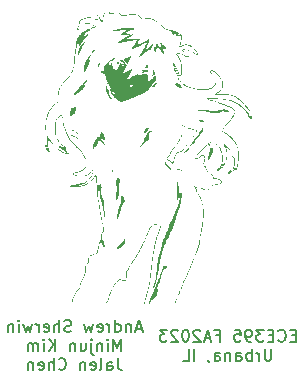
<source format=gbr>
%TF.GenerationSoftware,KiCad,Pcbnew,(6.0.11-0)*%
%TF.CreationDate,2023-11-08T02:02:09-06:00*%
%TF.ProjectId,ECE395_Digital_Target,45434533-3935-45f4-9469-676974616c5f,rev?*%
%TF.SameCoordinates,Original*%
%TF.FileFunction,Legend,Bot*%
%TF.FilePolarity,Positive*%
%FSLAX46Y46*%
G04 Gerber Fmt 4.6, Leading zero omitted, Abs format (unit mm)*
G04 Created by KiCad (PCBNEW (6.0.11-0)) date 2023-11-08 02:02:09*
%MOMM*%
%LPD*%
G01*
G04 APERTURE LIST*
%ADD10C,0.150000*%
%ADD11C,0.300000*%
G04 APERTURE END LIST*
D10*
X63466666Y-144556666D02*
X62990476Y-144556666D01*
X63561904Y-144842380D02*
X63228571Y-143842380D01*
X62895238Y-144842380D01*
X62561904Y-144175714D02*
X62561904Y-144842380D01*
X62561904Y-144270952D02*
X62514285Y-144223333D01*
X62419047Y-144175714D01*
X62276190Y-144175714D01*
X62180952Y-144223333D01*
X62133333Y-144318571D01*
X62133333Y-144842380D01*
X61228571Y-144842380D02*
X61228571Y-143842380D01*
X61228571Y-144794761D02*
X61323809Y-144842380D01*
X61514285Y-144842380D01*
X61609523Y-144794761D01*
X61657142Y-144747142D01*
X61704761Y-144651904D01*
X61704761Y-144366190D01*
X61657142Y-144270952D01*
X61609523Y-144223333D01*
X61514285Y-144175714D01*
X61323809Y-144175714D01*
X61228571Y-144223333D01*
X60752380Y-144842380D02*
X60752380Y-144175714D01*
X60752380Y-144366190D02*
X60704761Y-144270952D01*
X60657142Y-144223333D01*
X60561904Y-144175714D01*
X60466666Y-144175714D01*
X59752380Y-144794761D02*
X59847619Y-144842380D01*
X60038095Y-144842380D01*
X60133333Y-144794761D01*
X60180952Y-144699523D01*
X60180952Y-144318571D01*
X60133333Y-144223333D01*
X60038095Y-144175714D01*
X59847619Y-144175714D01*
X59752380Y-144223333D01*
X59704761Y-144318571D01*
X59704761Y-144413809D01*
X60180952Y-144509047D01*
X59371428Y-144175714D02*
X59180952Y-144842380D01*
X58990476Y-144366190D01*
X58800000Y-144842380D01*
X58609523Y-144175714D01*
X57514285Y-144794761D02*
X57371428Y-144842380D01*
X57133333Y-144842380D01*
X57038095Y-144794761D01*
X56990476Y-144747142D01*
X56942857Y-144651904D01*
X56942857Y-144556666D01*
X56990476Y-144461428D01*
X57038095Y-144413809D01*
X57133333Y-144366190D01*
X57323809Y-144318571D01*
X57419047Y-144270952D01*
X57466666Y-144223333D01*
X57514285Y-144128095D01*
X57514285Y-144032857D01*
X57466666Y-143937619D01*
X57419047Y-143890000D01*
X57323809Y-143842380D01*
X57085714Y-143842380D01*
X56942857Y-143890000D01*
X56514285Y-144842380D02*
X56514285Y-143842380D01*
X56085714Y-144842380D02*
X56085714Y-144318571D01*
X56133333Y-144223333D01*
X56228571Y-144175714D01*
X56371428Y-144175714D01*
X56466666Y-144223333D01*
X56514285Y-144270952D01*
X55228571Y-144794761D02*
X55323809Y-144842380D01*
X55514285Y-144842380D01*
X55609523Y-144794761D01*
X55657142Y-144699523D01*
X55657142Y-144318571D01*
X55609523Y-144223333D01*
X55514285Y-144175714D01*
X55323809Y-144175714D01*
X55228571Y-144223333D01*
X55180952Y-144318571D01*
X55180952Y-144413809D01*
X55657142Y-144509047D01*
X54752380Y-144842380D02*
X54752380Y-144175714D01*
X54752380Y-144366190D02*
X54704761Y-144270952D01*
X54657142Y-144223333D01*
X54561904Y-144175714D01*
X54466666Y-144175714D01*
X54228571Y-144175714D02*
X54038095Y-144842380D01*
X53847619Y-144366190D01*
X53657142Y-144842380D01*
X53466666Y-144175714D01*
X53085714Y-144842380D02*
X53085714Y-144175714D01*
X53085714Y-143842380D02*
X53133333Y-143890000D01*
X53085714Y-143937619D01*
X53038095Y-143890000D01*
X53085714Y-143842380D01*
X53085714Y-143937619D01*
X52609523Y-144175714D02*
X52609523Y-144842380D01*
X52609523Y-144270952D02*
X52561904Y-144223333D01*
X52466666Y-144175714D01*
X52323809Y-144175714D01*
X52228571Y-144223333D01*
X52180952Y-144318571D01*
X52180952Y-144842380D01*
X61752380Y-146452380D02*
X61752380Y-145452380D01*
X61419047Y-146166666D01*
X61085714Y-145452380D01*
X61085714Y-146452380D01*
X60609523Y-146452380D02*
X60609523Y-145785714D01*
X60609523Y-145452380D02*
X60657142Y-145500000D01*
X60609523Y-145547619D01*
X60561904Y-145500000D01*
X60609523Y-145452380D01*
X60609523Y-145547619D01*
X60133333Y-145785714D02*
X60133333Y-146452380D01*
X60133333Y-145880952D02*
X60085714Y-145833333D01*
X59990476Y-145785714D01*
X59847619Y-145785714D01*
X59752380Y-145833333D01*
X59704761Y-145928571D01*
X59704761Y-146452380D01*
X59228571Y-145785714D02*
X59228571Y-146642857D01*
X59276190Y-146738095D01*
X59371428Y-146785714D01*
X59419047Y-146785714D01*
X59228571Y-145452380D02*
X59276190Y-145500000D01*
X59228571Y-145547619D01*
X59180952Y-145500000D01*
X59228571Y-145452380D01*
X59228571Y-145547619D01*
X58323809Y-145785714D02*
X58323809Y-146452380D01*
X58752380Y-145785714D02*
X58752380Y-146309523D01*
X58704761Y-146404761D01*
X58609523Y-146452380D01*
X58466666Y-146452380D01*
X58371428Y-146404761D01*
X58323809Y-146357142D01*
X57847619Y-145785714D02*
X57847619Y-146452380D01*
X57847619Y-145880952D02*
X57800000Y-145833333D01*
X57704761Y-145785714D01*
X57561904Y-145785714D01*
X57466666Y-145833333D01*
X57419047Y-145928571D01*
X57419047Y-146452380D01*
X56180952Y-146452380D02*
X56180952Y-145452380D01*
X55609523Y-146452380D02*
X56038095Y-145880952D01*
X55609523Y-145452380D02*
X56180952Y-146023809D01*
X55180952Y-146452380D02*
X55180952Y-145785714D01*
X55180952Y-145452380D02*
X55228571Y-145500000D01*
X55180952Y-145547619D01*
X55133333Y-145500000D01*
X55180952Y-145452380D01*
X55180952Y-145547619D01*
X54704761Y-146452380D02*
X54704761Y-145785714D01*
X54704761Y-145880952D02*
X54657142Y-145833333D01*
X54561904Y-145785714D01*
X54419047Y-145785714D01*
X54323809Y-145833333D01*
X54276190Y-145928571D01*
X54276190Y-146452380D01*
X54276190Y-145928571D02*
X54228571Y-145833333D01*
X54133333Y-145785714D01*
X53990476Y-145785714D01*
X53895238Y-145833333D01*
X53847619Y-145928571D01*
X53847619Y-146452380D01*
X61466666Y-147062380D02*
X61466666Y-147776666D01*
X61514285Y-147919523D01*
X61609523Y-148014761D01*
X61752380Y-148062380D01*
X61847619Y-148062380D01*
X60561904Y-148062380D02*
X60561904Y-147538571D01*
X60609523Y-147443333D01*
X60704761Y-147395714D01*
X60895238Y-147395714D01*
X60990476Y-147443333D01*
X60561904Y-148014761D02*
X60657142Y-148062380D01*
X60895238Y-148062380D01*
X60990476Y-148014761D01*
X61038095Y-147919523D01*
X61038095Y-147824285D01*
X60990476Y-147729047D01*
X60895238Y-147681428D01*
X60657142Y-147681428D01*
X60561904Y-147633809D01*
X59942857Y-148062380D02*
X60038095Y-148014761D01*
X60085714Y-147919523D01*
X60085714Y-147062380D01*
X59180952Y-148014761D02*
X59276190Y-148062380D01*
X59466666Y-148062380D01*
X59561904Y-148014761D01*
X59609523Y-147919523D01*
X59609523Y-147538571D01*
X59561904Y-147443333D01*
X59466666Y-147395714D01*
X59276190Y-147395714D01*
X59180952Y-147443333D01*
X59133333Y-147538571D01*
X59133333Y-147633809D01*
X59609523Y-147729047D01*
X58704761Y-147395714D02*
X58704761Y-148062380D01*
X58704761Y-147490952D02*
X58657142Y-147443333D01*
X58561904Y-147395714D01*
X58419047Y-147395714D01*
X58323809Y-147443333D01*
X58276190Y-147538571D01*
X58276190Y-148062380D01*
X56466666Y-147967142D02*
X56514285Y-148014761D01*
X56657142Y-148062380D01*
X56752380Y-148062380D01*
X56895238Y-148014761D01*
X56990476Y-147919523D01*
X57038095Y-147824285D01*
X57085714Y-147633809D01*
X57085714Y-147490952D01*
X57038095Y-147300476D01*
X56990476Y-147205238D01*
X56895238Y-147110000D01*
X56752380Y-147062380D01*
X56657142Y-147062380D01*
X56514285Y-147110000D01*
X56466666Y-147157619D01*
X56038095Y-148062380D02*
X56038095Y-147062380D01*
X55609523Y-148062380D02*
X55609523Y-147538571D01*
X55657142Y-147443333D01*
X55752380Y-147395714D01*
X55895238Y-147395714D01*
X55990476Y-147443333D01*
X56038095Y-147490952D01*
X54752380Y-148014761D02*
X54847619Y-148062380D01*
X55038095Y-148062380D01*
X55133333Y-148014761D01*
X55180952Y-147919523D01*
X55180952Y-147538571D01*
X55133333Y-147443333D01*
X55038095Y-147395714D01*
X54847619Y-147395714D01*
X54752380Y-147443333D01*
X54704761Y-147538571D01*
X54704761Y-147633809D01*
X55180952Y-147729047D01*
X54276190Y-147395714D02*
X54276190Y-148062380D01*
X54276190Y-147490952D02*
X54228571Y-147443333D01*
X54133333Y-147395714D01*
X53990476Y-147395714D01*
X53895238Y-147443333D01*
X53847619Y-147538571D01*
X53847619Y-148062380D01*
X76538095Y-145123571D02*
X76204761Y-145123571D01*
X76061904Y-145647380D02*
X76538095Y-145647380D01*
X76538095Y-144647380D01*
X76061904Y-144647380D01*
X75061904Y-145552142D02*
X75109523Y-145599761D01*
X75252380Y-145647380D01*
X75347619Y-145647380D01*
X75490476Y-145599761D01*
X75585714Y-145504523D01*
X75633333Y-145409285D01*
X75680952Y-145218809D01*
X75680952Y-145075952D01*
X75633333Y-144885476D01*
X75585714Y-144790238D01*
X75490476Y-144695000D01*
X75347619Y-144647380D01*
X75252380Y-144647380D01*
X75109523Y-144695000D01*
X75061904Y-144742619D01*
X74633333Y-145123571D02*
X74300000Y-145123571D01*
X74157142Y-145647380D02*
X74633333Y-145647380D01*
X74633333Y-144647380D01*
X74157142Y-144647380D01*
X73823809Y-144647380D02*
X73204761Y-144647380D01*
X73538095Y-145028333D01*
X73395238Y-145028333D01*
X73300000Y-145075952D01*
X73252380Y-145123571D01*
X73204761Y-145218809D01*
X73204761Y-145456904D01*
X73252380Y-145552142D01*
X73300000Y-145599761D01*
X73395238Y-145647380D01*
X73680952Y-145647380D01*
X73776190Y-145599761D01*
X73823809Y-145552142D01*
X72728571Y-145647380D02*
X72538095Y-145647380D01*
X72442857Y-145599761D01*
X72395238Y-145552142D01*
X72300000Y-145409285D01*
X72252380Y-145218809D01*
X72252380Y-144837857D01*
X72300000Y-144742619D01*
X72347619Y-144695000D01*
X72442857Y-144647380D01*
X72633333Y-144647380D01*
X72728571Y-144695000D01*
X72776190Y-144742619D01*
X72823809Y-144837857D01*
X72823809Y-145075952D01*
X72776190Y-145171190D01*
X72728571Y-145218809D01*
X72633333Y-145266428D01*
X72442857Y-145266428D01*
X72347619Y-145218809D01*
X72300000Y-145171190D01*
X72252380Y-145075952D01*
X71347619Y-144647380D02*
X71823809Y-144647380D01*
X71871428Y-145123571D01*
X71823809Y-145075952D01*
X71728571Y-145028333D01*
X71490476Y-145028333D01*
X71395238Y-145075952D01*
X71347619Y-145123571D01*
X71300000Y-145218809D01*
X71300000Y-145456904D01*
X71347619Y-145552142D01*
X71395238Y-145599761D01*
X71490476Y-145647380D01*
X71728571Y-145647380D01*
X71823809Y-145599761D01*
X71871428Y-145552142D01*
X69776190Y-145123571D02*
X70109523Y-145123571D01*
X70109523Y-145647380D02*
X70109523Y-144647380D01*
X69633333Y-144647380D01*
X69300000Y-145361666D02*
X68823809Y-145361666D01*
X69395238Y-145647380D02*
X69061904Y-144647380D01*
X68728571Y-145647380D01*
X68442857Y-144742619D02*
X68395238Y-144695000D01*
X68300000Y-144647380D01*
X68061904Y-144647380D01*
X67966666Y-144695000D01*
X67919047Y-144742619D01*
X67871428Y-144837857D01*
X67871428Y-144933095D01*
X67919047Y-145075952D01*
X68490476Y-145647380D01*
X67871428Y-145647380D01*
X67252380Y-144647380D02*
X67157142Y-144647380D01*
X67061904Y-144695000D01*
X67014285Y-144742619D01*
X66966666Y-144837857D01*
X66919047Y-145028333D01*
X66919047Y-145266428D01*
X66966666Y-145456904D01*
X67014285Y-145552142D01*
X67061904Y-145599761D01*
X67157142Y-145647380D01*
X67252380Y-145647380D01*
X67347619Y-145599761D01*
X67395238Y-145552142D01*
X67442857Y-145456904D01*
X67490476Y-145266428D01*
X67490476Y-145028333D01*
X67442857Y-144837857D01*
X67395238Y-144742619D01*
X67347619Y-144695000D01*
X67252380Y-144647380D01*
X66538095Y-144742619D02*
X66490476Y-144695000D01*
X66395238Y-144647380D01*
X66157142Y-144647380D01*
X66061904Y-144695000D01*
X66014285Y-144742619D01*
X65966666Y-144837857D01*
X65966666Y-144933095D01*
X66014285Y-145075952D01*
X66585714Y-145647380D01*
X65966666Y-145647380D01*
X65633333Y-144647380D02*
X65014285Y-144647380D01*
X65347619Y-145028333D01*
X65204761Y-145028333D01*
X65109523Y-145075952D01*
X65061904Y-145123571D01*
X65014285Y-145218809D01*
X65014285Y-145456904D01*
X65061904Y-145552142D01*
X65109523Y-145599761D01*
X65204761Y-145647380D01*
X65490476Y-145647380D01*
X65585714Y-145599761D01*
X65633333Y-145552142D01*
X74466666Y-146257380D02*
X74466666Y-147066904D01*
X74419047Y-147162142D01*
X74371428Y-147209761D01*
X74276190Y-147257380D01*
X74085714Y-147257380D01*
X73990476Y-147209761D01*
X73942857Y-147162142D01*
X73895238Y-147066904D01*
X73895238Y-146257380D01*
X73419047Y-147257380D02*
X73419047Y-146590714D01*
X73419047Y-146781190D02*
X73371428Y-146685952D01*
X73323809Y-146638333D01*
X73228571Y-146590714D01*
X73133333Y-146590714D01*
X72800000Y-147257380D02*
X72800000Y-146257380D01*
X72800000Y-146638333D02*
X72704761Y-146590714D01*
X72514285Y-146590714D01*
X72419047Y-146638333D01*
X72371428Y-146685952D01*
X72323809Y-146781190D01*
X72323809Y-147066904D01*
X72371428Y-147162142D01*
X72419047Y-147209761D01*
X72514285Y-147257380D01*
X72704761Y-147257380D01*
X72800000Y-147209761D01*
X71466666Y-147257380D02*
X71466666Y-146733571D01*
X71514285Y-146638333D01*
X71609523Y-146590714D01*
X71800000Y-146590714D01*
X71895238Y-146638333D01*
X71466666Y-147209761D02*
X71561904Y-147257380D01*
X71800000Y-147257380D01*
X71895238Y-147209761D01*
X71942857Y-147114523D01*
X71942857Y-147019285D01*
X71895238Y-146924047D01*
X71800000Y-146876428D01*
X71561904Y-146876428D01*
X71466666Y-146828809D01*
X70990476Y-146590714D02*
X70990476Y-147257380D01*
X70990476Y-146685952D02*
X70942857Y-146638333D01*
X70847619Y-146590714D01*
X70704761Y-146590714D01*
X70609523Y-146638333D01*
X70561904Y-146733571D01*
X70561904Y-147257380D01*
X69657142Y-147257380D02*
X69657142Y-146733571D01*
X69704761Y-146638333D01*
X69800000Y-146590714D01*
X69990476Y-146590714D01*
X70085714Y-146638333D01*
X69657142Y-147209761D02*
X69752380Y-147257380D01*
X69990476Y-147257380D01*
X70085714Y-147209761D01*
X70133333Y-147114523D01*
X70133333Y-147019285D01*
X70085714Y-146924047D01*
X69990476Y-146876428D01*
X69752380Y-146876428D01*
X69657142Y-146828809D01*
X69133333Y-147209761D02*
X69133333Y-147257380D01*
X69180952Y-147352619D01*
X69228571Y-147400238D01*
X67942857Y-147257380D02*
X67942857Y-146257380D01*
X66990476Y-147257380D02*
X67466666Y-147257380D01*
X67466666Y-146257380D01*
D11*
%TO.C,*%
G36*
X64731009Y-123721357D02*
G01*
X64746275Y-123774496D01*
X64743774Y-123791976D01*
X64710935Y-123857540D01*
X64650294Y-123933423D01*
X64574969Y-124006398D01*
X64498078Y-124063235D01*
X64432737Y-124090705D01*
X64378846Y-124099131D01*
X64339822Y-124105766D01*
X64317420Y-124102135D01*
X64328978Y-124073630D01*
X64375829Y-124024458D01*
X64453676Y-123960117D01*
X64515616Y-123907983D01*
X64562161Y-123857744D01*
X64575410Y-123826491D01*
X64574060Y-123809746D01*
X64598713Y-123765463D01*
X64647313Y-123726630D01*
X64701732Y-123709969D01*
X64731009Y-123721357D01*
G37*
G36*
X60546228Y-123899642D02*
G01*
X60551557Y-123950515D01*
X60556139Y-124048085D01*
X60556981Y-124067746D01*
X60562966Y-124160267D01*
X60573174Y-124213254D01*
X60591493Y-124238546D01*
X60621814Y-124247980D01*
X60628392Y-124249151D01*
X60669599Y-124272490D01*
X60696899Y-124326582D01*
X60712613Y-124418795D01*
X60719064Y-124556493D01*
X60723410Y-124646868D01*
X60738504Y-124720142D01*
X60771718Y-124791486D01*
X60830524Y-124882770D01*
X60835132Y-124889502D01*
X60891477Y-124968944D01*
X60937558Y-125029056D01*
X60963788Y-125057284D01*
X60973755Y-125066879D01*
X60988248Y-125111745D01*
X60978171Y-125136874D01*
X60939439Y-125124967D01*
X60918276Y-125111850D01*
X60838652Y-125039204D01*
X60750913Y-124930016D01*
X60662809Y-124794722D01*
X60582088Y-124643753D01*
X60551613Y-124579135D01*
X60509928Y-124480911D01*
X60486205Y-124400463D01*
X60475567Y-124318659D01*
X60473139Y-124216370D01*
X60477028Y-124115368D01*
X60490360Y-124008960D01*
X60510716Y-123936517D01*
X60522622Y-123911698D01*
X60537475Y-123888894D01*
X60546228Y-123899642D01*
G37*
G36*
X68685397Y-127539457D02*
G01*
X68698279Y-127587144D01*
X68702682Y-127661322D01*
X68701337Y-127695277D01*
X68691187Y-127754072D01*
X68665798Y-127814331D01*
X68618857Y-127889203D01*
X68544056Y-127991837D01*
X68441184Y-128126738D01*
X68284437Y-128326205D01*
X68122170Y-128526609D01*
X67963519Y-128716877D01*
X67817618Y-128885937D01*
X67693600Y-129022719D01*
X67629001Y-129083421D01*
X67589606Y-129103975D01*
X67579803Y-129085337D01*
X67601390Y-129031227D01*
X67656166Y-128945360D01*
X67692008Y-128895106D01*
X67746480Y-128818026D01*
X67784680Y-128763107D01*
X67789109Y-128756691D01*
X67823927Y-128707296D01*
X67882029Y-128625590D01*
X67957171Y-128520291D01*
X68043109Y-128400116D01*
X68133599Y-128273785D01*
X68222400Y-128150015D01*
X68303265Y-128037524D01*
X68369954Y-127945032D01*
X68416221Y-127881254D01*
X68446715Y-127837978D01*
X68504112Y-127752673D01*
X68562810Y-127662048D01*
X68606795Y-127598409D01*
X68650519Y-127547662D01*
X68677545Y-127531428D01*
X68685397Y-127539457D01*
G37*
G36*
X62555570Y-121483984D02*
G01*
X62551892Y-121530270D01*
X62531079Y-121603668D01*
X62496293Y-121693244D01*
X62450696Y-121788065D01*
X62416320Y-121855178D01*
X62385902Y-121920945D01*
X62374187Y-121955582D01*
X62362280Y-121990172D01*
X62331143Y-122045114D01*
X62295140Y-122090825D01*
X62266747Y-122110808D01*
X62243681Y-122098554D01*
X62194262Y-122053455D01*
X62131846Y-121986439D01*
X62066512Y-121909486D01*
X62008338Y-121834576D01*
X61967404Y-121773690D01*
X61953789Y-121738809D01*
X61974697Y-121710361D01*
X62027974Y-121689920D01*
X62049535Y-121687037D01*
X62101835Y-121675725D01*
X62162082Y-121654551D01*
X62243328Y-121618483D01*
X62358625Y-121562493D01*
X62438026Y-121523527D01*
X62505942Y-121490847D01*
X62541342Y-121474649D01*
X62555570Y-121483984D01*
G37*
G36*
X64742391Y-135728094D02*
G01*
X64919517Y-135747265D01*
X64926589Y-135748142D01*
X65022503Y-135762032D01*
X65077897Y-135777190D01*
X65104697Y-135798791D01*
X65114831Y-135832009D01*
X65113974Y-135855424D01*
X65098587Y-135927607D01*
X65068865Y-136026718D01*
X65028803Y-136138515D01*
X65006685Y-136196850D01*
X64965564Y-136311893D01*
X64933332Y-136410667D01*
X64915542Y-136476601D01*
X64888924Y-136564086D01*
X64848416Y-136649843D01*
X64846591Y-136652885D01*
X64813437Y-136725281D01*
X64799680Y-136788515D01*
X64795197Y-136834123D01*
X64775983Y-136908453D01*
X64753609Y-136971623D01*
X64708956Y-137123269D01*
X64665305Y-137301609D01*
X64627074Y-137489402D01*
X64622593Y-137513801D01*
X64599143Y-137636872D01*
X64576086Y-137751593D01*
X64557834Y-137835887D01*
X64548841Y-137878361D01*
X64528343Y-137992430D01*
X64504175Y-138143207D01*
X64477808Y-138320116D01*
X64450712Y-138512581D01*
X64424359Y-138710025D01*
X64400219Y-138901871D01*
X64379763Y-139077543D01*
X64364461Y-139226465D01*
X64362991Y-139242118D01*
X64349521Y-139369612D01*
X64335697Y-139476279D01*
X64323065Y-139551349D01*
X64313169Y-139584055D01*
X64304304Y-139609598D01*
X64296275Y-139675808D01*
X64293180Y-139764452D01*
X64292861Y-139786972D01*
X64286150Y-139899956D01*
X64272512Y-140034602D01*
X64254312Y-140166463D01*
X64252037Y-140180656D01*
X64228544Y-140332830D01*
X64203998Y-140499743D01*
X64183359Y-140647744D01*
X64177005Y-140693147D01*
X64158943Y-140805537D01*
X64140915Y-140898088D01*
X64126018Y-140954250D01*
X64107613Y-141011157D01*
X64077589Y-141121922D01*
X64041328Y-141270061D01*
X64000924Y-141447325D01*
X63961928Y-141606555D01*
X63897371Y-141820462D01*
X63890795Y-141840365D01*
X63864687Y-141926799D01*
X63838969Y-142020357D01*
X63833565Y-142040732D01*
X63801494Y-142151242D01*
X63767890Y-142255143D01*
X63758701Y-142284423D01*
X63741278Y-142369719D01*
X63740298Y-142435049D01*
X63742549Y-142477997D01*
X63728941Y-142500105D01*
X63715589Y-142497523D01*
X63691100Y-142460490D01*
X63690719Y-142385021D01*
X63714892Y-142278179D01*
X63727941Y-142234578D01*
X63760536Y-142120902D01*
X63787721Y-142020357D01*
X63794636Y-141994630D01*
X63825116Y-141896041D01*
X63855972Y-141812895D01*
X63857195Y-141810000D01*
X63882800Y-141730500D01*
X63893389Y-141660896D01*
X63897829Y-141612599D01*
X63917626Y-141535200D01*
X63943731Y-141462010D01*
X63976180Y-141357246D01*
X64006528Y-141247690D01*
X64029714Y-141151748D01*
X64040674Y-141087825D01*
X64051517Y-141021700D01*
X64074013Y-140940924D01*
X64117470Y-140792115D01*
X64148440Y-140630953D01*
X64159916Y-140489790D01*
X64159952Y-140484663D01*
X64165942Y-140396608D01*
X64180214Y-140281793D01*
X64199891Y-140163678D01*
X64219708Y-140036885D01*
X64234296Y-139897506D01*
X64239870Y-139779311D01*
X64242417Y-139691392D01*
X64249627Y-139619147D01*
X64259864Y-139584128D01*
X64260827Y-139582849D01*
X64271117Y-139544678D01*
X64283960Y-139465393D01*
X64297812Y-139355758D01*
X64311130Y-139226538D01*
X64324702Y-139091412D01*
X64341291Y-138947005D01*
X64357789Y-138821312D01*
X64372076Y-138731542D01*
X64383170Y-138667071D01*
X64401337Y-138547242D01*
X64420699Y-138407014D01*
X64438584Y-138265120D01*
X64452698Y-138155292D01*
X64471766Y-138026492D01*
X64490349Y-137919218D01*
X64505899Y-137849213D01*
X64509907Y-137834442D01*
X64529849Y-137747549D01*
X64552376Y-137633620D01*
X64573340Y-137513312D01*
X64578210Y-137484193D01*
X64601512Y-137364100D01*
X64627015Y-137255939D01*
X64650013Y-137180153D01*
X64651853Y-137175249D01*
X64677730Y-137093821D01*
X64707193Y-136984224D01*
X64734220Y-136868735D01*
X64739021Y-136847073D01*
X64765469Y-136746354D01*
X64792800Y-136666820D01*
X64815803Y-136624102D01*
X64837699Y-136590681D01*
X64854056Y-136525147D01*
X64854261Y-136519956D01*
X64866467Y-136449946D01*
X64891272Y-136369990D01*
X64933246Y-136259786D01*
X64981409Y-136129566D01*
X65023914Y-136010830D01*
X65057410Y-135913152D01*
X65078547Y-135846106D01*
X65083975Y-135819267D01*
X65073806Y-135814609D01*
X65020161Y-135803142D01*
X64934416Y-135790580D01*
X64830821Y-135778497D01*
X64723624Y-135768467D01*
X64627074Y-135762066D01*
X64555420Y-135760868D01*
X64535650Y-135761700D01*
X64457034Y-135772095D01*
X64401949Y-135801302D01*
X64345571Y-135861188D01*
X64327266Y-135883372D01*
X64264583Y-135959198D01*
X64213289Y-136021064D01*
X64212807Y-136021644D01*
X64175436Y-136073011D01*
X64159916Y-136106895D01*
X64153007Y-136131568D01*
X64128834Y-136193130D01*
X64093285Y-136274208D01*
X64063719Y-136340842D01*
X64036966Y-136406269D01*
X64026653Y-136439005D01*
X64018556Y-136464642D01*
X63992579Y-136526117D01*
X63954919Y-136607292D01*
X63921977Y-136677973D01*
X63891469Y-136748742D01*
X63877509Y-136788474D01*
X63867956Y-136817456D01*
X63840554Y-136883487D01*
X63802654Y-136966729D01*
X63772435Y-137034451D01*
X63744323Y-137107678D01*
X63733473Y-137150999D01*
X63719825Y-137194725D01*
X63684044Y-137252597D01*
X63680471Y-137257334D01*
X63637863Y-137330025D01*
X63602723Y-137413975D01*
X63598054Y-137427531D01*
X63566225Y-137497795D01*
X63533928Y-137542417D01*
X63504339Y-137583951D01*
X63479936Y-137650854D01*
X63460615Y-137709314D01*
X63436018Y-137745245D01*
X63411889Y-137775570D01*
X63373544Y-137840415D01*
X63329572Y-137925457D01*
X63314833Y-137955669D01*
X63261027Y-138063285D01*
X63217997Y-138142416D01*
X63176458Y-138209336D01*
X63127125Y-138280324D01*
X63117065Y-138294690D01*
X63081522Y-138352690D01*
X63067156Y-138388966D01*
X63055369Y-138419525D01*
X63020514Y-138469129D01*
X63002995Y-138491199D01*
X62953606Y-138560125D01*
X62901089Y-138639786D01*
X62842428Y-138732709D01*
X62797735Y-138802318D01*
X62768790Y-138844977D01*
X62749014Y-138870339D01*
X62731826Y-138888054D01*
X62715354Y-138905028D01*
X62660219Y-138973953D01*
X62597444Y-139064758D01*
X62534906Y-139164504D01*
X62480483Y-139260250D01*
X62442053Y-139339057D01*
X62427492Y-139387984D01*
X62414029Y-139420599D01*
X62378088Y-139483657D01*
X62327545Y-139563169D01*
X62227597Y-139713651D01*
X62214271Y-140069860D01*
X62208878Y-140202290D01*
X62202547Y-140307595D01*
X62194111Y-140378019D01*
X62181756Y-140423255D01*
X62163665Y-140452997D01*
X62138023Y-140476938D01*
X62096294Y-140504471D01*
X61994926Y-140529774D01*
X61888870Y-140505396D01*
X61785526Y-140432275D01*
X61749241Y-140397676D01*
X61702130Y-140361269D01*
X61666823Y-140354805D01*
X61627572Y-140372307D01*
X61615309Y-140380236D01*
X61557555Y-140426694D01*
X61486527Y-140492819D01*
X61412819Y-140567563D01*
X61347028Y-140639880D01*
X61299749Y-140698721D01*
X61281577Y-140733041D01*
X61278110Y-140748797D01*
X61246285Y-140786347D01*
X61218103Y-140813728D01*
X61170997Y-140874065D01*
X61117356Y-140951235D01*
X61066948Y-141030475D01*
X61029540Y-141097019D01*
X61014900Y-141136104D01*
X61014428Y-141141080D01*
X60998195Y-141188334D01*
X60966024Y-141253282D01*
X60965771Y-141253735D01*
X60933213Y-141324173D01*
X60894894Y-141424299D01*
X60859057Y-141532593D01*
X60854577Y-141547189D01*
X60823174Y-141639666D01*
X60794641Y-141708858D01*
X60774670Y-141740724D01*
X60769945Y-141745329D01*
X60754574Y-141790066D01*
X60748374Y-141860441D01*
X60747936Y-141879234D01*
X60738725Y-141945454D01*
X60721317Y-141980628D01*
X60714265Y-141987184D01*
X60684829Y-142031399D01*
X60649716Y-142097295D01*
X60619360Y-142164280D01*
X60604193Y-142211767D01*
X60599199Y-142229592D01*
X60571059Y-142286860D01*
X60527588Y-142357589D01*
X60479039Y-142426735D01*
X60435664Y-142479256D01*
X60407712Y-142500105D01*
X60404383Y-142500046D01*
X60389088Y-142489611D01*
X60415696Y-142455838D01*
X60445475Y-142414678D01*
X60491642Y-142333599D01*
X60545782Y-142227710D01*
X60601745Y-142109991D01*
X60653380Y-141993421D01*
X60694537Y-141890976D01*
X60719067Y-141815638D01*
X60725107Y-141792389D01*
X60762150Y-141671566D01*
X60813753Y-141523951D01*
X60873412Y-141366833D01*
X60934621Y-141217501D01*
X60990876Y-141093242D01*
X61024318Y-141030110D01*
X61122247Y-140876061D01*
X61244925Y-140711716D01*
X61380469Y-140552428D01*
X61516995Y-140413548D01*
X61570380Y-140365497D01*
X61637162Y-140318032D01*
X61690408Y-140309122D01*
X61744161Y-140338381D01*
X61812464Y-140405423D01*
X61829642Y-140422575D01*
X61896496Y-140463240D01*
X61987039Y-140474502D01*
X62009744Y-140473851D01*
X62083463Y-140462837D01*
X62128982Y-140442519D01*
X62134923Y-140433517D01*
X62149402Y-140370982D01*
X62158077Y-140255802D01*
X62160966Y-140087803D01*
X62160966Y-139765070D01*
X62256830Y-139606722D01*
X62303876Y-139524342D01*
X62361981Y-139411500D01*
X62405242Y-139315111D01*
X62428840Y-139264909D01*
X62484608Y-139167399D01*
X62557225Y-139054556D01*
X62637006Y-138941973D01*
X62694236Y-138864652D01*
X62772846Y-138756263D01*
X62839611Y-138661784D01*
X62884340Y-138595488D01*
X62920334Y-138539132D01*
X62983344Y-138440425D01*
X63045961Y-138342288D01*
X63081772Y-138284262D01*
X63158151Y-138153009D01*
X63247433Y-137992711D01*
X63343977Y-137814118D01*
X63442142Y-137627981D01*
X63536288Y-137445048D01*
X63620774Y-137276071D01*
X63689960Y-137131798D01*
X63738205Y-137022980D01*
X63844205Y-136765819D01*
X63939085Y-136539308D01*
X64019408Y-136353065D01*
X64087651Y-136202282D01*
X64146291Y-136082148D01*
X64197805Y-135987853D01*
X64244672Y-135914588D01*
X64289370Y-135857544D01*
X64334375Y-135811909D01*
X64382166Y-135772875D01*
X64437089Y-135742769D01*
X64509820Y-135725434D01*
X64608707Y-135720680D01*
X64742391Y-135728094D01*
G37*
G36*
X60696368Y-117629239D02*
G01*
X60753361Y-117678839D01*
X60775026Y-117756289D01*
X60776162Y-117771764D01*
X60806771Y-117830356D01*
X60865391Y-117859026D01*
X60933499Y-117847153D01*
X60989257Y-117830864D01*
X61084172Y-117817076D01*
X61202444Y-117806867D01*
X61328963Y-117800938D01*
X61448617Y-117799992D01*
X61546295Y-117804731D01*
X61606888Y-117815858D01*
X61658908Y-117849958D01*
X61701994Y-117931948D01*
X61724840Y-118019623D01*
X61962892Y-118009948D01*
X62008712Y-118007692D01*
X62115835Y-117999274D01*
X62199918Y-117988327D01*
X62245835Y-117976632D01*
X62265108Y-117971623D01*
X62333597Y-117964232D01*
X62439024Y-117958325D01*
X62571215Y-117954409D01*
X62719999Y-117952991D01*
X62811382Y-117953003D01*
X62957914Y-117954510D01*
X63067863Y-117961123D01*
X63152338Y-117976590D01*
X63222450Y-118004662D01*
X63289310Y-118049091D01*
X63364028Y-118113626D01*
X63457715Y-118202019D01*
X63478386Y-118221574D01*
X63546141Y-118281803D01*
X63595225Y-118312835D01*
X63640691Y-118321813D01*
X63697589Y-118315884D01*
X63849626Y-118294418D01*
X64051603Y-118279012D01*
X64212217Y-118284880D01*
X64327721Y-118312043D01*
X64449114Y-118365532D01*
X64573859Y-118426967D01*
X64684106Y-118487401D01*
X64768240Y-118540449D01*
X64814644Y-118579725D01*
X64831487Y-118597253D01*
X64877639Y-118624329D01*
X64885779Y-118626724D01*
X64922614Y-118645487D01*
X64975027Y-118683512D01*
X65048558Y-118745397D01*
X65148747Y-118835737D01*
X65281133Y-118959129D01*
X65374408Y-119044025D01*
X65457362Y-119114179D01*
X65520205Y-119161596D01*
X65553931Y-119179014D01*
X65554867Y-119179023D01*
X65607019Y-119187613D01*
X65689419Y-119208477D01*
X65782785Y-119235952D01*
X65867837Y-119264375D01*
X65925294Y-119288084D01*
X65947050Y-119295788D01*
X66017931Y-119307618D01*
X66105808Y-119312277D01*
X66149985Y-119314224D01*
X66310195Y-119346307D01*
X66477114Y-119411445D01*
X66632531Y-119501385D01*
X66758238Y-119607879D01*
X66878489Y-119736437D01*
X66878489Y-119950239D01*
X66876894Y-120026747D01*
X66857651Y-120193783D01*
X66811857Y-120362533D01*
X66785655Y-120441589D01*
X66756473Y-120538626D01*
X66746902Y-120595754D01*
X66757873Y-120619390D01*
X66790320Y-120615948D01*
X66845173Y-120591843D01*
X66912329Y-120560978D01*
X67077235Y-120504817D01*
X67233493Y-120485695D01*
X67392010Y-120504409D01*
X67563694Y-120561753D01*
X67759451Y-120658524D01*
X67797044Y-120686461D01*
X67864164Y-120746897D01*
X67946316Y-120827096D01*
X68032701Y-120916171D01*
X68112520Y-121003235D01*
X68174971Y-121077401D01*
X68208141Y-121125296D01*
X68250835Y-121205518D01*
X68277510Y-121278766D01*
X68280520Y-121326960D01*
X68261352Y-121350679D01*
X68205930Y-121363174D01*
X68133600Y-121346064D01*
X68059915Y-121301168D01*
X68041529Y-121286544D01*
X67937636Y-121219374D01*
X67801159Y-121147781D01*
X67647361Y-121079278D01*
X67491501Y-121021376D01*
X67459379Y-121011669D01*
X67357299Y-120988870D01*
X67246341Y-120972878D01*
X67138741Y-120964391D01*
X67046735Y-120964108D01*
X66982558Y-120972727D01*
X66958447Y-120990947D01*
X66968290Y-121006090D01*
X67014236Y-121041210D01*
X67085047Y-121081988D01*
X67130780Y-121107534D01*
X67246375Y-121190690D01*
X67346361Y-121287626D01*
X67419680Y-121386581D01*
X67455277Y-121475798D01*
X67455452Y-121476882D01*
X67455188Y-121554572D01*
X67424575Y-121589540D01*
X67366118Y-121581026D01*
X67282326Y-121528269D01*
X67188176Y-121460332D01*
X67076881Y-121400310D01*
X66950619Y-121357216D01*
X66790224Y-121323056D01*
X66741509Y-121314526D01*
X66612571Y-121293316D01*
X66529748Y-121284222D01*
X66488228Y-121288939D01*
X66483203Y-121309157D01*
X66509864Y-121346571D01*
X66563400Y-121402871D01*
X66613677Y-121459638D01*
X66676097Y-121547192D01*
X66714387Y-121622755D01*
X66719378Y-121637408D01*
X66747579Y-121717310D01*
X66770315Y-121777650D01*
X66795602Y-121843706D01*
X66829699Y-121953899D01*
X66853439Y-122070252D01*
X66868420Y-122204515D01*
X66876238Y-122368436D01*
X66878489Y-122573766D01*
X66877962Y-122692111D01*
X66874483Y-122852675D01*
X66867315Y-122971311D01*
X66855947Y-123055104D01*
X66839870Y-123111140D01*
X66838334Y-123114758D01*
X66792570Y-123183930D01*
X66741248Y-123204548D01*
X66691003Y-123179771D01*
X66648474Y-123112756D01*
X66620298Y-123006662D01*
X66603124Y-122936325D01*
X66575046Y-122870410D01*
X66566274Y-122854346D01*
X66536480Y-122784145D01*
X66508163Y-122699597D01*
X66501546Y-122678428D01*
X66460883Y-122576453D01*
X66413601Y-122486375D01*
X66406265Y-122474719D01*
X66367759Y-122410070D01*
X66349919Y-122368269D01*
X66344477Y-122330693D01*
X66343043Y-122325416D01*
X66319123Y-122286486D01*
X66275317Y-122230745D01*
X66207116Y-122150787D01*
X66223049Y-122284381D01*
X66242687Y-122392072D01*
X66294268Y-122565612D01*
X66375793Y-122775245D01*
X66488405Y-123024156D01*
X66528776Y-123109925D01*
X66571840Y-123204381D01*
X66601213Y-123272478D01*
X66612111Y-123303414D01*
X66612576Y-123308546D01*
X66622119Y-123354378D01*
X66640068Y-123423640D01*
X66647680Y-123448280D01*
X66687921Y-123517728D01*
X66759420Y-123562024D01*
X66778045Y-123571408D01*
X66847753Y-123619576D01*
X66933426Y-123691375D01*
X67020663Y-123775058D01*
X67058148Y-123812607D01*
X67134867Y-123882963D01*
X67197189Y-123931651D01*
X67234321Y-123949843D01*
X67256373Y-123952767D01*
X67278279Y-123971366D01*
X67286349Y-123982395D01*
X67334454Y-124011248D01*
X67416516Y-124048565D01*
X67521693Y-124089921D01*
X67639144Y-124130896D01*
X67758027Y-124167065D01*
X67911466Y-124202403D01*
X68095382Y-124232352D01*
X68295007Y-124255318D01*
X68499021Y-124270671D01*
X68696103Y-124277784D01*
X68874936Y-124276028D01*
X69024199Y-124264775D01*
X69132572Y-124243395D01*
X69310414Y-124175557D01*
X69488533Y-124077024D01*
X69625804Y-123962688D01*
X69716262Y-123836702D01*
X69732070Y-123797279D01*
X69754188Y-123680873D01*
X69756460Y-123545439D01*
X69740452Y-123408621D01*
X69707730Y-123288062D01*
X69659861Y-123201405D01*
X69641326Y-123173395D01*
X69638822Y-123144040D01*
X69639603Y-123142737D01*
X69625222Y-123117461D01*
X69583795Y-123075468D01*
X69529979Y-123029411D01*
X69478433Y-122991941D01*
X69443812Y-122975710D01*
X69437396Y-122975243D01*
X69357877Y-122955078D01*
X69316045Y-122904651D01*
X69303883Y-122814737D01*
X69308427Y-122737932D01*
X69327854Y-122693646D01*
X69370406Y-122665714D01*
X69378788Y-122662009D01*
X69435712Y-122649810D01*
X69483680Y-122675223D01*
X69487613Y-122678444D01*
X69547620Y-122716161D01*
X69623285Y-122751898D01*
X69673046Y-122781784D01*
X69746408Y-122838674D01*
X69833620Y-122913669D01*
X69925521Y-122998099D01*
X70012948Y-123083292D01*
X70086740Y-123160579D01*
X70137734Y-123221289D01*
X70156768Y-123256751D01*
X70157765Y-123263519D01*
X70178921Y-123310150D01*
X70218937Y-123371926D01*
X70235192Y-123395490D01*
X70291337Y-123508913D01*
X70331397Y-123654863D01*
X70358299Y-123843232D01*
X70363489Y-123903876D01*
X70363302Y-123993320D01*
X70346460Y-124070885D01*
X70308867Y-124163064D01*
X70290246Y-124198458D01*
X70239487Y-124276582D01*
X70173871Y-124364816D01*
X70102400Y-124452347D01*
X70034079Y-124528361D01*
X69977909Y-124582047D01*
X69942895Y-124602592D01*
X69940200Y-124603212D01*
X69906315Y-124623285D01*
X69852680Y-124662802D01*
X69776442Y-124722771D01*
X70351757Y-124722771D01*
X70368438Y-124722776D01*
X70600757Y-124724441D01*
X70788236Y-124729761D01*
X70938767Y-124739731D01*
X71060243Y-124755346D01*
X71160558Y-124777601D01*
X71247604Y-124807492D01*
X71329274Y-124846013D01*
X71372601Y-124868153D01*
X71436923Y-124897745D01*
X71472165Y-124909339D01*
X71507798Y-124924712D01*
X71575827Y-124973656D01*
X71667875Y-125050219D01*
X71777645Y-125148278D01*
X71898842Y-125261709D01*
X72025170Y-125384387D01*
X72150332Y-125510188D01*
X72268032Y-125632989D01*
X72371974Y-125746664D01*
X72455863Y-125845089D01*
X72513401Y-125922141D01*
X72539337Y-125962270D01*
X72624353Y-126104085D01*
X72692952Y-126234706D01*
X72739943Y-126343652D01*
X72760136Y-126420441D01*
X72767459Y-126460513D01*
X72793676Y-126531962D01*
X72811863Y-126579935D01*
X72818252Y-126665538D01*
X72799353Y-126745731D01*
X72759865Y-126804947D01*
X72704484Y-126827615D01*
X72689625Y-126825642D01*
X72655007Y-126802498D01*
X72618285Y-126746173D01*
X72572912Y-126647710D01*
X72529693Y-126546311D01*
X72465193Y-126399935D01*
X72411187Y-126287604D01*
X72361894Y-126199380D01*
X72311531Y-126125324D01*
X72254317Y-126055496D01*
X72184469Y-125979956D01*
X72162547Y-125957570D01*
X72051860Y-125855307D01*
X71930531Y-125756367D01*
X71821123Y-125679413D01*
X71797739Y-125664842D01*
X71704890Y-125606835D01*
X71627809Y-125558453D01*
X71581249Y-125528950D01*
X71554791Y-125513013D01*
X71489332Y-125477907D01*
X71424379Y-125446744D01*
X71382791Y-125430825D01*
X71370672Y-125426257D01*
X71321075Y-125403999D01*
X71249528Y-125370044D01*
X71231171Y-125361541D01*
X71119381Y-125318293D01*
X70968854Y-125269768D01*
X70790827Y-125219398D01*
X70596537Y-125170614D01*
X70554451Y-125164666D01*
X70461540Y-125157401D01*
X70330829Y-125150455D01*
X70170823Y-125144203D01*
X69990031Y-125139021D01*
X69796957Y-125135284D01*
X69647766Y-125133454D01*
X69469488Y-125132567D01*
X69334219Y-125133656D01*
X69244526Y-125136665D01*
X69202976Y-125141537D01*
X69212136Y-125148215D01*
X69221972Y-125150401D01*
X69306295Y-125172274D01*
X69416441Y-125204254D01*
X69531229Y-125240233D01*
X69562233Y-125250236D01*
X69660467Y-125280259D01*
X69737174Y-125301238D01*
X69777879Y-125309129D01*
X69804372Y-125314679D01*
X69869871Y-125337923D01*
X69951860Y-125373126D01*
X70008807Y-125398507D01*
X70095024Y-125433621D01*
X70156768Y-125454759D01*
X70273940Y-125494316D01*
X70402944Y-125552113D01*
X70435432Y-125564401D01*
X70505527Y-125575656D01*
X70515572Y-125576002D01*
X70550925Y-125581817D01*
X70600397Y-125596927D01*
X70670785Y-125624068D01*
X70768883Y-125665976D01*
X70901490Y-125725386D01*
X71075402Y-125805034D01*
X71117353Y-125827768D01*
X71206469Y-125889740D01*
X71288623Y-125961236D01*
X71339454Y-126014309D01*
X71377087Y-126068582D01*
X71391898Y-126128055D01*
X71393362Y-126215750D01*
X71381905Y-126325780D01*
X71342214Y-126447475D01*
X71268849Y-126574438D01*
X71156244Y-126718473D01*
X71134384Y-126743944D01*
X71041068Y-126851867D01*
X70946050Y-126960679D01*
X70858434Y-127060043D01*
X70787322Y-127139622D01*
X70741815Y-127189080D01*
X70706771Y-127233403D01*
X70689822Y-127272850D01*
X70687107Y-127285351D01*
X70655374Y-127315596D01*
X70647284Y-127320930D01*
X70609187Y-127361665D01*
X70554583Y-127431887D01*
X70492426Y-127520343D01*
X70469386Y-127554053D01*
X70408430Y-127637410D01*
X70357920Y-127698523D01*
X70326978Y-127726048D01*
X70311162Y-127734654D01*
X70290032Y-127766418D01*
X70301526Y-127793474D01*
X70345349Y-127838054D01*
X70403137Y-127876648D01*
X70454566Y-127893552D01*
X70462178Y-127894444D01*
X70515637Y-127917279D01*
X70578350Y-127961071D01*
X70592222Y-127972387D01*
X70648902Y-128011785D01*
X70686647Y-128027702D01*
X70694988Y-128029888D01*
X70741470Y-128058360D01*
X70814468Y-128113971D01*
X70905253Y-128189330D01*
X71005095Y-128277043D01*
X71105266Y-128369718D01*
X71197037Y-128459962D01*
X71258685Y-128527801D01*
X71331153Y-128615576D01*
X71403044Y-128708896D01*
X71465809Y-128796272D01*
X71510903Y-128866217D01*
X71529778Y-128907241D01*
X71538154Y-128933320D01*
X71560955Y-128996083D01*
X71592848Y-129080483D01*
X71618380Y-129154998D01*
X71650153Y-129272825D01*
X71668337Y-129373663D01*
X71674011Y-129418122D01*
X71689350Y-129499612D01*
X71705871Y-129551816D01*
X71707609Y-129555668D01*
X71718583Y-129611813D01*
X71725522Y-129705228D01*
X71728500Y-129821878D01*
X71727591Y-129947722D01*
X71722867Y-130068724D01*
X71714403Y-130170846D01*
X71702272Y-130240050D01*
X71695186Y-130268710D01*
X71679890Y-130365146D01*
X71672493Y-130466422D01*
X71668721Y-130538032D01*
X71652886Y-130674710D01*
X71628229Y-130814259D01*
X71598285Y-130937962D01*
X71566590Y-131027105D01*
X71563488Y-131033466D01*
X71531013Y-131080914D01*
X71482678Y-131106563D01*
X71399764Y-131120941D01*
X71374786Y-131124358D01*
X71290719Y-131146779D01*
X71246583Y-131178928D01*
X71230431Y-131199875D01*
X71174421Y-131251793D01*
X71094696Y-131314459D01*
X71004166Y-131378870D01*
X70915740Y-131436024D01*
X70842328Y-131476918D01*
X70796841Y-131492550D01*
X70763599Y-131487439D01*
X70740203Y-131456293D01*
X70758035Y-131399819D01*
X70815631Y-131321436D01*
X70911526Y-131224569D01*
X70918021Y-131218585D01*
X71017434Y-131120822D01*
X71117698Y-131012922D01*
X71198042Y-130917169D01*
X71316160Y-130764076D01*
X71316160Y-130508639D01*
X71314104Y-130414230D01*
X71291678Y-130218661D01*
X71242189Y-130055008D01*
X71162699Y-129911845D01*
X71157179Y-129903713D01*
X71129295Y-129851058D01*
X71126556Y-129820909D01*
X71128351Y-129813468D01*
X71112395Y-129772924D01*
X71073561Y-129714206D01*
X71058021Y-129693059D01*
X71017735Y-129629576D01*
X70998891Y-129585667D01*
X70998536Y-129583893D01*
X70976885Y-129542421D01*
X70929120Y-129472401D01*
X70863614Y-129384496D01*
X70788742Y-129289364D01*
X70712877Y-129197667D01*
X70644393Y-129120065D01*
X70591662Y-129067218D01*
X70573950Y-129051961D01*
X70545417Y-129030091D01*
X70549895Y-129039571D01*
X70566225Y-129064655D01*
X70583211Y-129126854D01*
X70585695Y-129145537D01*
X70606891Y-129210624D01*
X70642688Y-129288103D01*
X70644667Y-129291855D01*
X70667066Y-129339276D01*
X70682815Y-129388865D01*
X70693081Y-129450850D01*
X70699032Y-129535455D01*
X70701835Y-129652907D01*
X70702657Y-129813432D01*
X70702685Y-129854481D01*
X70702002Y-130002781D01*
X70699155Y-130109881D01*
X70692998Y-130185616D01*
X70682381Y-130239821D01*
X70666158Y-130282330D01*
X70643180Y-130322978D01*
X70629770Y-130345471D01*
X70596480Y-130411763D01*
X70583097Y-130456242D01*
X70577170Y-130478945D01*
X70548203Y-130538976D01*
X70503253Y-130613012D01*
X70473289Y-130660822D01*
X70437440Y-130728208D01*
X70423409Y-130770236D01*
X70407149Y-130806216D01*
X70363107Y-130862039D01*
X70306090Y-130920813D01*
X70250996Y-130967271D01*
X70212719Y-130986149D01*
X70199399Y-130989402D01*
X70164756Y-131020424D01*
X70139227Y-131052534D01*
X70070929Y-131109882D01*
X69992696Y-131154654D01*
X69926626Y-131172718D01*
X69906366Y-131171019D01*
X69866129Y-131145671D01*
X69862528Y-131098503D01*
X69893739Y-131040569D01*
X69957939Y-130982922D01*
X70010107Y-130940380D01*
X70080963Y-130864757D01*
X70145302Y-130779803D01*
X70192060Y-130700482D01*
X70210173Y-130641758D01*
X70210695Y-130635120D01*
X70228416Y-130580364D01*
X70263479Y-130512420D01*
X70286998Y-130453751D01*
X70308091Y-130344165D01*
X70319468Y-130208998D01*
X70321069Y-130063246D01*
X70312837Y-129921903D01*
X70294710Y-129799963D01*
X70266632Y-129712422D01*
X70261123Y-129701230D01*
X70222890Y-129608403D01*
X70196502Y-129520632D01*
X70189871Y-129494783D01*
X70156814Y-129404154D01*
X70109609Y-129302483D01*
X70056379Y-129205043D01*
X70005242Y-129127109D01*
X69964322Y-129083953D01*
X69936797Y-129062692D01*
X69916894Y-129032547D01*
X69913069Y-129022451D01*
X69879666Y-128979360D01*
X69820258Y-128916402D01*
X69745066Y-128843640D01*
X69664311Y-128771137D01*
X69588216Y-128708956D01*
X69578488Y-128701589D01*
X69515598Y-128660011D01*
X69470123Y-128648904D01*
X69422905Y-128662934D01*
X69371902Y-128706371D01*
X69359681Y-128769826D01*
X69394710Y-128834345D01*
X69430092Y-128887422D01*
X69463674Y-128997465D01*
X69483638Y-129155658D01*
X69490303Y-129363779D01*
X69489476Y-129474276D01*
X69484500Y-129577067D01*
X69472676Y-129655501D01*
X69451360Y-129725640D01*
X69417907Y-129803548D01*
X69382646Y-129880728D01*
X69354779Y-129944081D01*
X69343355Y-129973348D01*
X69335081Y-129993466D01*
X69307963Y-130049641D01*
X69268860Y-130126601D01*
X69229430Y-130192324D01*
X69171523Y-130253859D01*
X69122552Y-130270592D01*
X69088034Y-130247696D01*
X69073483Y-130190342D01*
X69084417Y-130103705D01*
X69126351Y-129992956D01*
X69170325Y-129890967D01*
X69225821Y-129718798D01*
X69263421Y-129544572D01*
X69277300Y-129391499D01*
X69272196Y-129302749D01*
X69256561Y-129194528D01*
X69233602Y-129088056D01*
X69206592Y-128996143D01*
X69178808Y-128931601D01*
X69153523Y-128907241D01*
X69152196Y-128907356D01*
X69116648Y-128928473D01*
X69051277Y-128981808D01*
X68962360Y-129061283D01*
X68856176Y-129160823D01*
X68739006Y-129274350D01*
X68617126Y-129395788D01*
X68496818Y-129519060D01*
X68384358Y-129638090D01*
X68286027Y-129746800D01*
X68204870Y-129839063D01*
X68127912Y-129926282D01*
X68068975Y-129992785D01*
X68036618Y-130028889D01*
X68014123Y-130056456D01*
X67999877Y-130100511D01*
X68033591Y-130125422D01*
X68116863Y-130133264D01*
X68154350Y-130132368D01*
X68208166Y-130123492D01*
X68259226Y-130098967D01*
X68320954Y-130051387D01*
X68406776Y-129973348D01*
X68440035Y-129942916D01*
X68546421Y-129859214D01*
X68631866Y-129820391D01*
X68702519Y-129826446D01*
X68764530Y-129877375D01*
X68824047Y-129973177D01*
X68847021Y-130021975D01*
X68871574Y-130100563D01*
X68875024Y-130180382D01*
X68855776Y-130272541D01*
X68812233Y-130388149D01*
X68742796Y-130538318D01*
X68695053Y-130636867D01*
X68786656Y-130690914D01*
X68798844Y-130698597D01*
X68864587Y-130756425D01*
X68905883Y-130818913D01*
X68911656Y-130833949D01*
X68944646Y-130913482D01*
X68982964Y-130999476D01*
X68993597Y-131022868D01*
X69027484Y-131103375D01*
X69049545Y-131164587D01*
X69063266Y-131190425D01*
X69123424Y-131250552D01*
X69230266Y-131329012D01*
X69385082Y-131426815D01*
X69408651Y-131442525D01*
X69490132Y-131522605D01*
X69548244Y-131619596D01*
X69570409Y-131714008D01*
X69570409Y-131807834D01*
X69770689Y-131826602D01*
X69787603Y-131828265D01*
X69882986Y-131840778D01*
X69953698Y-131855243D01*
X69985483Y-131868855D01*
X70005542Y-131882947D01*
X70058394Y-131893183D01*
X70086535Y-131898097D01*
X70159504Y-131936262D01*
X70232850Y-132000529D01*
X70288920Y-132076833D01*
X70296520Y-132092209D01*
X70304760Y-132143775D01*
X70276526Y-132202860D01*
X70224727Y-132258935D01*
X70140630Y-132304201D01*
X70019873Y-132335806D01*
X69854421Y-132356677D01*
X69834887Y-132358446D01*
X69731358Y-132370414D01*
X69647959Y-132384133D01*
X69601220Y-132396970D01*
X69553137Y-132420484D01*
X69484589Y-132453012D01*
X69464183Y-132464768D01*
X69400025Y-132519394D01*
X69340291Y-132590462D01*
X69298641Y-132647109D01*
X69182822Y-132768228D01*
X69066236Y-132836417D01*
X68948253Y-132851951D01*
X68828247Y-132815105D01*
X68630084Y-132725422D01*
X68415879Y-132660696D01*
X68222580Y-132638615D01*
X68139984Y-132639696D01*
X68099705Y-132646498D01*
X68092461Y-132664351D01*
X68108078Y-132698584D01*
X68127821Y-132738520D01*
X68133795Y-132758552D01*
X68132899Y-132763302D01*
X68145233Y-132802838D01*
X68172680Y-132872101D01*
X68209659Y-132958537D01*
X68250585Y-133049594D01*
X68289878Y-133132721D01*
X68321954Y-133195365D01*
X68341230Y-133224974D01*
X68341876Y-133225504D01*
X68381165Y-133276835D01*
X68429621Y-133367668D01*
X68482804Y-133486218D01*
X68536273Y-133620700D01*
X68585589Y-133759330D01*
X68626312Y-133890323D01*
X68654002Y-134001895D01*
X68664218Y-134082260D01*
X68664385Y-134090442D01*
X68671382Y-134163643D01*
X68686616Y-134266058D01*
X68707251Y-134378198D01*
X68722876Y-134466688D01*
X68736453Y-134596438D01*
X68740213Y-134744169D01*
X68735036Y-134927237D01*
X68734761Y-134933253D01*
X68723216Y-135126262D01*
X68706501Y-135330054D01*
X68686035Y-135531821D01*
X68663241Y-135718750D01*
X68639540Y-135878031D01*
X68616354Y-135996852D01*
X68611710Y-136016329D01*
X68584681Y-136128941D01*
X68558594Y-136236727D01*
X68553833Y-136257041D01*
X68531562Y-136369312D01*
X68515265Y-136476601D01*
X68512380Y-136499243D01*
X68495621Y-136601321D01*
X68476219Y-136689822D01*
X68465050Y-136750517D01*
X68455054Y-136852335D01*
X68451146Y-136961277D01*
X68448330Y-137051973D01*
X68439803Y-137142734D01*
X68427581Y-137201151D01*
X68416435Y-137240103D01*
X68399720Y-137324062D01*
X68385680Y-137421452D01*
X68375719Y-137492364D01*
X68359613Y-137574193D01*
X68344076Y-137623246D01*
X68325507Y-137665773D01*
X68295801Y-137743689D01*
X68262503Y-137837786D01*
X68230617Y-137925964D01*
X68200276Y-138000224D01*
X68179562Y-138040165D01*
X68153977Y-138080339D01*
X68111205Y-138160488D01*
X68062385Y-138260283D01*
X68015142Y-138363524D01*
X67977098Y-138454007D01*
X67955877Y-138515530D01*
X67934050Y-138582691D01*
X67902571Y-138648794D01*
X67893272Y-138665746D01*
X67864208Y-138736605D01*
X67837717Y-138822036D01*
X67830172Y-138848751D01*
X67796132Y-138944164D01*
X67759086Y-139021931D01*
X67721814Y-139101721D01*
X67695110Y-139190753D01*
X67668978Y-139272563D01*
X67625264Y-139354388D01*
X67623725Y-139356564D01*
X67584479Y-139422944D01*
X67563191Y-139478745D01*
X67557831Y-139499639D01*
X67533531Y-139567314D01*
X67498823Y-139648269D01*
X67485327Y-139678093D01*
X67438304Y-139789072D01*
X67396808Y-139895677D01*
X67379081Y-139941225D01*
X67349177Y-140005802D01*
X67327631Y-140037176D01*
X67316001Y-140051208D01*
X67304932Y-140099343D01*
X67290937Y-140150248D01*
X67254196Y-140211982D01*
X67245966Y-140223315D01*
X67205586Y-140298761D01*
X67174046Y-140385714D01*
X67167127Y-140408943D01*
X67136726Y-140482217D01*
X67104846Y-140527966D01*
X67083875Y-140550976D01*
X67065058Y-140598064D01*
X67061422Y-140623853D01*
X67039837Y-140681422D01*
X67020407Y-140717848D01*
X66967084Y-140825516D01*
X66921760Y-140927469D01*
X66890281Y-141010013D01*
X66878489Y-141059456D01*
X66862974Y-141112613D01*
X66825184Y-141174744D01*
X66823716Y-141176620D01*
X66787055Y-141231226D01*
X66771878Y-141268948D01*
X66771431Y-141273443D01*
X66757954Y-141321100D01*
X66729329Y-141402670D01*
X66690455Y-141505689D01*
X66646234Y-141617693D01*
X66601564Y-141726218D01*
X66561347Y-141818799D01*
X66530482Y-141882973D01*
X66520548Y-141902254D01*
X66490674Y-141971770D01*
X66478599Y-142019962D01*
X66478477Y-142022936D01*
X66463089Y-142074735D01*
X66429804Y-142140294D01*
X66421902Y-142153953D01*
X66384113Y-142235880D01*
X66353902Y-142324585D01*
X66340627Y-142393495D01*
X66336137Y-142408826D01*
X66315217Y-142453463D01*
X66297293Y-142479549D01*
X66267232Y-142500105D01*
X66265224Y-142477838D01*
X66283619Y-142410156D01*
X66321701Y-142300292D01*
X66378336Y-142151505D01*
X66452394Y-141967052D01*
X66478729Y-141902448D01*
X66521266Y-141797659D01*
X66572137Y-141672050D01*
X66625264Y-141540609D01*
X66673240Y-141423220D01*
X66728404Y-141291263D01*
X66777507Y-141176787D01*
X66813754Y-141095827D01*
X66840989Y-141036100D01*
X66868025Y-140972312D01*
X66878489Y-140940924D01*
X66886440Y-140915731D01*
X66911416Y-140854430D01*
X66947496Y-140772694D01*
X67024682Y-140603374D01*
X67086990Y-140467406D01*
X67133761Y-140366427D01*
X67168245Y-140293480D01*
X67193693Y-140241610D01*
X67213357Y-140203863D01*
X67239676Y-140145899D01*
X67251627Y-140099351D01*
X67257470Y-140073847D01*
X67286955Y-140023505D01*
X67295714Y-140010631D01*
X67326656Y-139950731D01*
X67366784Y-139860791D01*
X67409672Y-139754880D01*
X67421662Y-139724022D01*
X67470984Y-139600678D01*
X67519600Y-139483781D01*
X67558517Y-139395069D01*
X67596383Y-139309037D01*
X67645366Y-139191131D01*
X67691092Y-139075237D01*
X67722844Y-138992380D01*
X67812843Y-138762337D01*
X67897156Y-138553787D01*
X67972781Y-138373928D01*
X68036713Y-138229955D01*
X68085949Y-138129067D01*
X68112563Y-138077010D01*
X68203287Y-137868161D01*
X68281591Y-137639919D01*
X68343095Y-137408158D01*
X68383419Y-137188753D01*
X68398183Y-136997576D01*
X68398204Y-136993864D01*
X68405078Y-136875563D01*
X68422038Y-136726932D01*
X68446000Y-136568462D01*
X68473878Y-136420647D01*
X68502588Y-136303979D01*
X68503968Y-136299318D01*
X68542729Y-136141957D01*
X68579882Y-135943388D01*
X68613861Y-135715295D01*
X68643103Y-135469364D01*
X68666041Y-135217279D01*
X68681113Y-134970724D01*
X68685830Y-134790572D01*
X68676069Y-134496116D01*
X68641149Y-134213366D01*
X68578495Y-133924436D01*
X68485534Y-133611438D01*
X68481734Y-133599959D01*
X68457624Y-133531809D01*
X68431056Y-133468939D01*
X68395710Y-133398647D01*
X68345270Y-133308233D01*
X68273417Y-133184995D01*
X68227539Y-133100931D01*
X68169508Y-132983565D01*
X68117729Y-132868588D01*
X68115723Y-132863847D01*
X68071303Y-132765555D01*
X68028455Y-132681246D01*
X67996193Y-132628713D01*
X67964921Y-132580532D01*
X67931639Y-132507284D01*
X67922408Y-132473211D01*
X67928862Y-132462421D01*
X67960664Y-132479831D01*
X68026507Y-132527274D01*
X68097831Y-132574129D01*
X68178181Y-132604260D01*
X68276342Y-132612251D01*
X68348549Y-132615757D01*
X68553691Y-132656959D01*
X68772252Y-132742873D01*
X68800041Y-132754979D01*
X68903966Y-132786071D01*
X69001411Y-132798531D01*
X69038461Y-132797764D01*
X69088141Y-132789340D01*
X69131959Y-132764585D01*
X69182840Y-132714967D01*
X69253709Y-132631952D01*
X69268713Y-132614026D01*
X69339916Y-132532449D01*
X69401715Y-132466804D01*
X69442142Y-132429921D01*
X69453408Y-132422726D01*
X69530229Y-132388400D01*
X69637822Y-132353419D01*
X69758143Y-132322542D01*
X69873142Y-132300526D01*
X69964775Y-132292131D01*
X70040033Y-132287186D01*
X70143950Y-132258391D01*
X70212193Y-132207800D01*
X70236726Y-132139911D01*
X70231253Y-132101917D01*
X70193033Y-132026999D01*
X70131730Y-131968959D01*
X70063280Y-131945646D01*
X70026288Y-131941925D01*
X69986092Y-131925656D01*
X69980860Y-131922439D01*
X69933712Y-131909022D01*
X69851603Y-131893637D01*
X69748439Y-131879014D01*
X69530430Y-131852361D01*
X69522360Y-131727065D01*
X69516936Y-131671345D01*
X69499483Y-131613048D01*
X69460572Y-131562115D01*
X69389097Y-131499582D01*
X69337543Y-131458787D01*
X69237959Y-131384695D01*
X69149565Y-131323953D01*
X69112758Y-131297673D01*
X69045707Y-131235399D01*
X69006159Y-131178299D01*
X69002020Y-131168045D01*
X68924231Y-130987540D01*
X68855909Y-130853174D01*
X68798121Y-130766828D01*
X68751933Y-130730381D01*
X68711382Y-130716867D01*
X68671810Y-130687769D01*
X68662461Y-130641257D01*
X68682641Y-130568045D01*
X68731658Y-130458849D01*
X68748372Y-130423440D01*
X68806706Y-130269322D01*
X68825762Y-130143249D01*
X68805733Y-130038790D01*
X68746809Y-129949514D01*
X68728283Y-129930874D01*
X68670413Y-129885069D01*
X68626200Y-129866737D01*
X68614979Y-129869597D01*
X68565014Y-129899357D01*
X68493185Y-129954565D01*
X68411018Y-130026653D01*
X68343400Y-130088594D01*
X68277928Y-130142426D01*
X68226112Y-130171824D01*
X68174099Y-130184102D01*
X68108036Y-130186569D01*
X68069309Y-130185721D01*
X67994239Y-130173886D01*
X67961634Y-130146652D01*
X67961221Y-130145520D01*
X67962980Y-130104853D01*
X67991646Y-130044269D01*
X68049356Y-129961163D01*
X68138243Y-129852930D01*
X68260444Y-129716964D01*
X68418094Y-129550658D01*
X68613329Y-129351408D01*
X68723490Y-129240441D01*
X68865571Y-129099047D01*
X68977380Y-128992420D01*
X69063277Y-128918636D01*
X69127620Y-128875773D01*
X69174767Y-128861908D01*
X69209078Y-128875119D01*
X69234910Y-128913484D01*
X69256621Y-128975081D01*
X69278572Y-129057986D01*
X69292549Y-129118349D01*
X69324196Y-129356889D01*
X69320466Y-129591944D01*
X69282290Y-129810614D01*
X69210599Y-129999998D01*
X69203594Y-130013720D01*
X69175693Y-130076529D01*
X69175755Y-130097597D01*
X69203935Y-130075199D01*
X69207555Y-130071181D01*
X69249236Y-130006051D01*
X69296737Y-129906235D01*
X69343850Y-129787272D01*
X69384369Y-129664702D01*
X69412087Y-129554063D01*
X69414365Y-129541924D01*
X69433916Y-129360122D01*
X69429817Y-129176244D01*
X69403478Y-129007527D01*
X69356306Y-128871211D01*
X69293484Y-128745422D01*
X69460815Y-128578091D01*
X69568701Y-128652856D01*
X69601526Y-128676684D01*
X69730008Y-128786374D01*
X69863515Y-128921623D01*
X69989818Y-129068479D01*
X70096690Y-129212987D01*
X70171902Y-129341195D01*
X70181445Y-129361349D01*
X70223075Y-129455613D01*
X70252331Y-129532305D01*
X70263379Y-129576422D01*
X70274870Y-129629547D01*
X70303194Y-129697111D01*
X70320728Y-129746363D01*
X70333660Y-129827935D01*
X70340879Y-129946430D01*
X70343173Y-130109958D01*
X70343118Y-130159736D01*
X70341306Y-130291949D01*
X70335588Y-130388391D01*
X70324134Y-130462466D01*
X70305116Y-130527578D01*
X70276705Y-130597129D01*
X70247540Y-130668251D01*
X70220506Y-130747879D01*
X70210074Y-130798768D01*
X70205943Y-130828561D01*
X70183564Y-130866124D01*
X70161321Y-130887579D01*
X70127174Y-130938340D01*
X70119041Y-130953745D01*
X70110370Y-130977104D01*
X70128866Y-130970583D01*
X70182526Y-130933481D01*
X70218036Y-130904460D01*
X70290508Y-130831543D01*
X70358029Y-130749565D01*
X70410125Y-130672115D01*
X70474614Y-130562482D01*
X70535877Y-130445978D01*
X70587535Y-130335542D01*
X70623208Y-130244117D01*
X70636516Y-130184642D01*
X70636831Y-130175244D01*
X70647087Y-130105324D01*
X70667321Y-130023307D01*
X70671347Y-130008537D01*
X70685874Y-129882418D01*
X70678827Y-129724868D01*
X70652802Y-129549775D01*
X70610396Y-129371023D01*
X70554207Y-129202499D01*
X70486829Y-129058090D01*
X70461901Y-128998233D01*
X70471351Y-128955134D01*
X70472528Y-128953972D01*
X70491574Y-128941226D01*
X70514671Y-128943561D01*
X70547895Y-128966100D01*
X70597321Y-129013965D01*
X70669026Y-129092279D01*
X70769086Y-129206164D01*
X70844757Y-129295830D01*
X70928720Y-129406235D01*
X71005511Y-129523558D01*
X71084230Y-129661945D01*
X71173978Y-129835544D01*
X71368885Y-130224022D01*
X71369175Y-130495657D01*
X71368091Y-130599709D01*
X71361939Y-130706465D01*
X71349352Y-130775766D01*
X71329191Y-130816752D01*
X71324051Y-130823291D01*
X71282499Y-130884805D01*
X71239024Y-130959497D01*
X71230663Y-130974771D01*
X71190802Y-131039937D01*
X71159360Y-131080632D01*
X71138251Y-131101543D01*
X71087217Y-131154195D01*
X71024234Y-131220558D01*
X70973748Y-131277046D01*
X70942914Y-131320076D01*
X70945101Y-131333197D01*
X70975833Y-131318715D01*
X71030633Y-131278940D01*
X71105025Y-131216178D01*
X71194534Y-131132739D01*
X71262930Y-131067158D01*
X71338105Y-130997675D01*
X71392673Y-130950336D01*
X71418021Y-130932844D01*
X71428297Y-130942079D01*
X71436097Y-130984576D01*
X71439920Y-131015064D01*
X71459729Y-131050915D01*
X71472349Y-131056566D01*
X71494648Y-131052144D01*
X71515673Y-131023701D01*
X71536715Y-130966423D01*
X71559064Y-130875495D01*
X71584010Y-130746100D01*
X71612845Y-130573425D01*
X71646858Y-130352654D01*
X71655860Y-130287382D01*
X71677743Y-129968017D01*
X71664537Y-129652018D01*
X71617712Y-129349691D01*
X71538739Y-129071344D01*
X71429092Y-128827283D01*
X71419306Y-128810208D01*
X71313068Y-128659387D01*
X71168802Y-128497864D01*
X70996445Y-128334470D01*
X70805929Y-128178038D01*
X70607191Y-128037402D01*
X70410166Y-127921394D01*
X70355692Y-127889623D01*
X70295424Y-127844067D01*
X70268624Y-127808709D01*
X70274562Y-127777028D01*
X70305718Y-127712719D01*
X70355479Y-127636804D01*
X70407911Y-127566389D01*
X70536748Y-127397552D01*
X70664798Y-127234968D01*
X70782143Y-127091117D01*
X70878862Y-126978473D01*
X70908970Y-126944687D01*
X71060476Y-126768889D01*
X71176432Y-126621839D01*
X71260408Y-126497758D01*
X71315971Y-126390866D01*
X71346692Y-126295382D01*
X71356139Y-126205526D01*
X71352796Y-126139746D01*
X71336122Y-126088399D01*
X71296617Y-126037881D01*
X71224784Y-125971253D01*
X71221667Y-125968522D01*
X71063553Y-125857457D01*
X70857937Y-125757158D01*
X70609864Y-125670095D01*
X70547929Y-125651328D01*
X70470026Y-125626679D01*
X70423295Y-125610534D01*
X70387109Y-125596603D01*
X70313533Y-125568886D01*
X70223400Y-125535303D01*
X70128678Y-125499955D01*
X69998790Y-125451060D01*
X69876915Y-125404800D01*
X69773390Y-125368400D01*
X69631414Y-125324798D01*
X69503778Y-125291582D01*
X69498108Y-125290299D01*
X69402834Y-125266608D01*
X69328384Y-125244365D01*
X69290449Y-125228229D01*
X69288005Y-125226489D01*
X69240949Y-125209751D01*
X69170512Y-125198033D01*
X69137429Y-125193675D01*
X69087575Y-125172852D01*
X69068818Y-125129224D01*
X69060301Y-125069255D01*
X69640246Y-125069255D01*
X69675460Y-125069269D01*
X69877893Y-125070279D01*
X70042022Y-125073726D01*
X70180849Y-125080780D01*
X70307373Y-125092611D01*
X70434594Y-125110386D01*
X70575512Y-125135277D01*
X70743127Y-125168451D01*
X71014031Y-125238521D01*
X71369687Y-125377450D01*
X71712784Y-125566038D01*
X72040121Y-125802459D01*
X72348497Y-126084886D01*
X72351116Y-126087613D01*
X72402760Y-126151997D01*
X72468124Y-126246879D01*
X72537171Y-126356383D01*
X72599868Y-126464637D01*
X72646178Y-126555766D01*
X72663098Y-126589653D01*
X72701363Y-126646110D01*
X72732799Y-126668416D01*
X72740456Y-126668393D01*
X72760130Y-126664611D01*
X72766109Y-126645733D01*
X72758877Y-126599496D01*
X72738920Y-126513639D01*
X72707069Y-126406649D01*
X72634933Y-126230533D01*
X72541128Y-126049568D01*
X72435112Y-125883379D01*
X72430370Y-125876839D01*
X72358123Y-125787631D01*
X72256360Y-125674280D01*
X72134925Y-125546697D01*
X72003660Y-125414791D01*
X71872408Y-125288473D01*
X71751013Y-125177653D01*
X71649318Y-125092240D01*
X71644030Y-125088140D01*
X71567996Y-125034951D01*
X71474735Y-124977078D01*
X71376622Y-124921284D01*
X71286029Y-124874332D01*
X71215330Y-124842986D01*
X71176899Y-124834009D01*
X71169468Y-124834342D01*
X71120887Y-124826216D01*
X71049633Y-124807727D01*
X71013469Y-124800342D01*
X70913412Y-124790124D01*
X70766913Y-124782571D01*
X70578218Y-124777874D01*
X70351573Y-124776225D01*
X70349590Y-124776224D01*
X70137975Y-124775350D01*
X69975454Y-124772273D01*
X69857867Y-124766101D01*
X69781052Y-124755944D01*
X69740849Y-124740908D01*
X69733098Y-124720102D01*
X69753637Y-124692633D01*
X69798306Y-124657610D01*
X69816546Y-124644414D01*
X69922196Y-124558248D01*
X70031631Y-124455625D01*
X70133233Y-124348642D01*
X70215387Y-124249398D01*
X70266477Y-124169992D01*
X70272060Y-124158310D01*
X70298651Y-124092606D01*
X70311929Y-124027710D01*
X70314019Y-123945736D01*
X70307049Y-123828797D01*
X70298328Y-123730606D01*
X70280876Y-123613173D01*
X70252999Y-123517944D01*
X70208601Y-123426143D01*
X70141591Y-123318994D01*
X70136000Y-123310617D01*
X70019738Y-123154184D01*
X69894465Y-123014607D01*
X69770561Y-122902432D01*
X69658410Y-122828203D01*
X69610860Y-122803439D01*
X69534894Y-122760446D01*
X69485771Y-122728147D01*
X69473162Y-122718895D01*
X69409387Y-122698494D01*
X69361273Y-122726017D01*
X69338210Y-122797078D01*
X69336971Y-122834449D01*
X69348776Y-122874528D01*
X69386921Y-122908373D01*
X69462653Y-122949787D01*
X69500559Y-122970944D01*
X69630051Y-123079910D01*
X69727508Y-123225468D01*
X69788922Y-123400161D01*
X69810283Y-123596532D01*
X69810280Y-123599326D01*
X69798702Y-123727015D01*
X69760152Y-123837546D01*
X69687714Y-123944561D01*
X69574475Y-124061698D01*
X69552833Y-124081552D01*
X69443811Y-124169613D01*
X69332646Y-124234994D01*
X69209222Y-124280665D01*
X69063421Y-124309600D01*
X68885126Y-124324772D01*
X68664218Y-124329153D01*
X68525313Y-124328047D01*
X68378315Y-124322563D01*
X68244121Y-124310664D01*
X68106696Y-124290356D01*
X67950009Y-124259648D01*
X67758027Y-124216547D01*
X67691593Y-124199812D01*
X67425495Y-124104241D01*
X67189818Y-123971618D01*
X66991520Y-123805673D01*
X66971017Y-123785150D01*
X66880589Y-123703015D01*
X66792693Y-123634386D01*
X66723811Y-123592394D01*
X66660351Y-123558515D01*
X66620835Y-123514083D01*
X66601947Y-123444814D01*
X66589381Y-123388574D01*
X66542908Y-123252735D01*
X66466076Y-123073837D01*
X66359041Y-122852258D01*
X66311556Y-122745721D01*
X66265678Y-122619705D01*
X66225326Y-122487208D01*
X66192618Y-122357657D01*
X66169671Y-122240483D01*
X66158602Y-122145113D01*
X66161529Y-122080977D01*
X66180570Y-122057503D01*
X66184299Y-122057818D01*
X66226428Y-122086965D01*
X66281867Y-122158358D01*
X66346772Y-122264741D01*
X66417299Y-122398853D01*
X66489601Y-122553438D01*
X66559836Y-122721235D01*
X66624157Y-122894988D01*
X66644991Y-122952921D01*
X66683325Y-123047642D01*
X66716422Y-123115168D01*
X66738838Y-123143691D01*
X66755837Y-123145387D01*
X66785678Y-123120215D01*
X66808198Y-123053750D01*
X66823904Y-122943056D01*
X66833306Y-122785196D01*
X66836912Y-122577230D01*
X66836959Y-122562934D01*
X66836118Y-122388162D01*
X66831825Y-122254707D01*
X66823174Y-122151432D01*
X66809258Y-122067200D01*
X66789169Y-121990871D01*
X66758414Y-121895246D01*
X66678561Y-121684704D01*
X66597201Y-121524651D01*
X66513367Y-121413056D01*
X66466826Y-121360652D01*
X66429931Y-121296295D01*
X66440445Y-121255918D01*
X66498849Y-121238636D01*
X66605626Y-121243563D01*
X66869804Y-121290889D01*
X67091454Y-121364564D01*
X67267469Y-121463939D01*
X67306339Y-121488771D01*
X67368693Y-121516923D01*
X67418095Y-121527376D01*
X67438195Y-121515218D01*
X67438130Y-121514551D01*
X67426069Y-121484214D01*
X67399487Y-121428393D01*
X67375006Y-121385513D01*
X67269185Y-121263529D01*
X67121032Y-121156474D01*
X66938458Y-121070487D01*
X66890073Y-121047582D01*
X66854622Y-121009640D01*
X66864477Y-120972904D01*
X66914929Y-120941524D01*
X67001271Y-120919651D01*
X67118798Y-120911438D01*
X67255649Y-120924191D01*
X67432184Y-120963884D01*
X67622024Y-121025011D01*
X67809934Y-121101946D01*
X67980675Y-121189064D01*
X68119013Y-121280738D01*
X68151060Y-121304006D01*
X68199788Y-121326067D01*
X68221587Y-121313799D01*
X68219180Y-121273448D01*
X68195292Y-121211259D01*
X68152648Y-121133477D01*
X68093971Y-121046349D01*
X68021987Y-120956119D01*
X67939419Y-120869033D01*
X67901457Y-120833783D01*
X67712633Y-120690662D01*
X67518951Y-120593793D01*
X67325075Y-120543928D01*
X67135670Y-120541816D01*
X66955399Y-120588209D01*
X66788927Y-120683858D01*
X66779593Y-120690923D01*
X66706144Y-120740029D01*
X66663302Y-120751749D01*
X66649653Y-120723654D01*
X66663785Y-120653314D01*
X66704286Y-120538301D01*
X66710347Y-120522305D01*
X66765072Y-120354279D01*
X66810583Y-120174617D01*
X66839295Y-120012839D01*
X66839896Y-120007917D01*
X66843425Y-119863717D01*
X66811074Y-119749825D01*
X66737089Y-119654764D01*
X66615713Y-119567058D01*
X66595838Y-119561791D01*
X66589402Y-119587389D01*
X66598056Y-119655331D01*
X66605647Y-119714386D01*
X66599849Y-119760283D01*
X66572960Y-119782013D01*
X66534128Y-119781584D01*
X66472171Y-119743275D01*
X66406327Y-119669292D01*
X66345184Y-119567717D01*
X66309273Y-119498671D01*
X66256960Y-119416321D01*
X66213225Y-119376728D01*
X66173474Y-119374730D01*
X66146379Y-119390477D01*
X66135476Y-119423048D01*
X66153263Y-119478575D01*
X66201180Y-119567056D01*
X66224998Y-119610657D01*
X66253506Y-119675708D01*
X66260511Y-119713641D01*
X66239069Y-119725110D01*
X66198650Y-119702306D01*
X66149693Y-119653620D01*
X66102155Y-119589039D01*
X66065993Y-119518549D01*
X66037349Y-119455030D01*
X65992120Y-119392988D01*
X65927048Y-119345448D01*
X65831177Y-119304921D01*
X65693554Y-119263916D01*
X65676326Y-119259244D01*
X65582186Y-119231296D01*
X65510392Y-119201566D01*
X65446081Y-119160935D01*
X65374385Y-119100284D01*
X65280438Y-119010491D01*
X65088169Y-118835784D01*
X64792771Y-118615846D01*
X64474175Y-118434797D01*
X64433907Y-118415022D01*
X64337306Y-118369518D01*
X64265196Y-118342638D01*
X64200104Y-118330548D01*
X64124556Y-118329417D01*
X64021079Y-118335412D01*
X64001249Y-118336786D01*
X63882320Y-118346550D01*
X63773997Y-118357692D01*
X63697589Y-118368060D01*
X63676745Y-118371462D01*
X63626182Y-118374088D01*
X63582601Y-118359729D01*
X63531334Y-118321262D01*
X63457715Y-118251563D01*
X63379701Y-118181584D01*
X63285268Y-118108620D01*
X63204962Y-118057982D01*
X63193534Y-118052164D01*
X63146869Y-118030873D01*
X63100014Y-118016871D01*
X63042364Y-118009287D01*
X62963309Y-118007247D01*
X62852244Y-118009879D01*
X62698561Y-118016309D01*
X62685418Y-118016906D01*
X62513554Y-118025607D01*
X62332844Y-118036116D01*
X62163992Y-118047162D01*
X62027702Y-118057474D01*
X61958607Y-118062885D01*
X61835033Y-118068084D01*
X61750906Y-118061061D01*
X61697029Y-118038962D01*
X61664203Y-117998930D01*
X61643229Y-117938109D01*
X61622580Y-117897057D01*
X61563615Y-117857911D01*
X61513734Y-117851032D01*
X61416631Y-117848897D01*
X61297907Y-117853531D01*
X61172545Y-117863652D01*
X61055533Y-117877979D01*
X60961854Y-117895230D01*
X60906494Y-117914122D01*
X60864531Y-117915854D01*
X60809872Y-117883162D01*
X60759394Y-117826917D01*
X60727575Y-117759620D01*
X60714987Y-117719907D01*
X60681725Y-117679626D01*
X60617044Y-117664548D01*
X60575301Y-117664631D01*
X60487036Y-117697356D01*
X60408182Y-117776678D01*
X60337746Y-117904207D01*
X60274735Y-118081547D01*
X60218156Y-118310308D01*
X60201455Y-118387452D01*
X60178358Y-118486878D01*
X60159939Y-118557573D01*
X60149125Y-118587777D01*
X60133873Y-118592220D01*
X60093585Y-118565320D01*
X60040596Y-118499761D01*
X59979962Y-118402248D01*
X59916735Y-118279486D01*
X59894328Y-118233330D01*
X59833933Y-118126226D01*
X59784924Y-118069625D01*
X59746232Y-118062591D01*
X59716790Y-118104188D01*
X59713793Y-118128807D01*
X59722880Y-118197302D01*
X59746660Y-118281049D01*
X59761777Y-118327670D01*
X59774119Y-118404645D01*
X59753758Y-118439904D01*
X59699156Y-118434666D01*
X59608773Y-118390148D01*
X59548862Y-118357997D01*
X59339564Y-118282511D01*
X59111762Y-118248437D01*
X58876873Y-118255735D01*
X58646315Y-118304367D01*
X58431507Y-118394290D01*
X58422401Y-118399265D01*
X58323462Y-118457890D01*
X58268344Y-118503193D01*
X58251737Y-118541143D01*
X58268331Y-118577710D01*
X58278676Y-118597995D01*
X58276813Y-118639211D01*
X58253613Y-118705292D01*
X58206219Y-118806771D01*
X58203990Y-118811311D01*
X58146655Y-118941527D01*
X58107892Y-119056741D01*
X58089336Y-119148948D01*
X58092618Y-119210142D01*
X58119374Y-119232319D01*
X58119408Y-119232319D01*
X58160473Y-119210663D01*
X58199785Y-119158661D01*
X58204958Y-119149374D01*
X58258457Y-119078151D01*
X58340878Y-118990014D01*
X58439697Y-118896880D01*
X58542386Y-118810663D01*
X58636422Y-118743279D01*
X58729818Y-118697615D01*
X58860114Y-118673873D01*
X59010287Y-118689025D01*
X59188627Y-118743066D01*
X59198719Y-118746888D01*
X59294047Y-118785134D01*
X59370784Y-118819507D01*
X59413127Y-118842975D01*
X59462696Y-118871158D01*
X59532740Y-118899123D01*
X59589484Y-118925148D01*
X59622755Y-118968249D01*
X59604334Y-119014502D01*
X59534167Y-119057990D01*
X59518034Y-119064485D01*
X59443422Y-119089094D01*
X59389149Y-119099056D01*
X59342018Y-119107404D01*
X59269994Y-119132170D01*
X59191115Y-119166605D01*
X59119656Y-119203842D01*
X59069894Y-119237014D01*
X59056103Y-119259254D01*
X59069259Y-119271977D01*
X59117470Y-119287424D01*
X59124840Y-119290923D01*
X59098144Y-119304176D01*
X59034834Y-119323563D01*
X58995163Y-119335880D01*
X58912984Y-119371295D01*
X58858023Y-119408385D01*
X58852462Y-119413999D01*
X58794495Y-119467456D01*
X58726379Y-119524781D01*
X58679887Y-119572527D01*
X58622817Y-119656633D01*
X58579832Y-119746354D01*
X58562854Y-119820155D01*
X58562862Y-119820739D01*
X58580937Y-119832168D01*
X58627845Y-119811336D01*
X58694828Y-119763499D01*
X58773127Y-119693916D01*
X58791254Y-119677097D01*
X58864074Y-119625551D01*
X58921014Y-119610959D01*
X58948659Y-119618416D01*
X58980364Y-119651766D01*
X58969664Y-119696811D01*
X58916988Y-119739838D01*
X58895619Y-119751517D01*
X58829482Y-119799217D01*
X58759011Y-119869837D01*
X58676985Y-119971247D01*
X58576181Y-120111320D01*
X58558480Y-120136681D01*
X58487662Y-120236321D01*
X58422509Y-120325473D01*
X58375224Y-120387376D01*
X58367667Y-120396990D01*
X58314247Y-120474778D01*
X58274983Y-120546862D01*
X58243018Y-120596746D01*
X58196393Y-120613187D01*
X58184763Y-120609492D01*
X58149757Y-120574401D01*
X58138354Y-120525535D01*
X58158210Y-120487995D01*
X58169317Y-120469263D01*
X58182696Y-120408843D01*
X58189757Y-120324886D01*
X58191915Y-120247765D01*
X58191965Y-120177796D01*
X58186688Y-120148226D01*
X58174131Y-120151488D01*
X58152338Y-120180015D01*
X58112188Y-120249220D01*
X58062930Y-120360426D01*
X58019403Y-120483261D01*
X57988345Y-120598325D01*
X57976495Y-120686222D01*
X57975894Y-120707539D01*
X57963445Y-120783307D01*
X57939410Y-120829079D01*
X57925471Y-120851147D01*
X57909149Y-120916706D01*
X57895994Y-121026677D01*
X57885333Y-121185490D01*
X57878069Y-121317456D01*
X57859853Y-121597487D01*
X57839731Y-121844586D01*
X57818200Y-122053660D01*
X57795756Y-122219614D01*
X57772898Y-122337356D01*
X57753736Y-122409323D01*
X57703584Y-122570219D01*
X57645799Y-122728209D01*
X57586624Y-122866882D01*
X57532302Y-122969828D01*
X57515782Y-122996897D01*
X57483089Y-123055694D01*
X57470095Y-123087743D01*
X57460653Y-123101434D01*
X57418916Y-123147724D01*
X57349640Y-123219743D01*
X57259159Y-123310941D01*
X57153809Y-123414768D01*
X57138915Y-123429311D01*
X57010488Y-123556748D01*
X56911711Y-123660662D01*
X56833654Y-123752225D01*
X56767387Y-123842610D01*
X56703980Y-123942990D01*
X56634505Y-124064538D01*
X56613365Y-124103174D01*
X56546014Y-124240000D01*
X56498767Y-124368299D01*
X56467837Y-124503470D01*
X56449433Y-124660915D01*
X56439766Y-124856034D01*
X56437704Y-124923714D01*
X56431900Y-125084662D01*
X56424770Y-125203380D01*
X56414434Y-125288067D01*
X56399012Y-125346922D01*
X56376622Y-125388144D01*
X56345385Y-125419930D01*
X56303420Y-125450480D01*
X56170386Y-125552840D01*
X56008821Y-125705369D01*
X55858220Y-125875987D01*
X55730786Y-126050652D01*
X55638724Y-126215320D01*
X55607771Y-126287510D01*
X55520025Y-126542461D01*
X55451563Y-126820635D01*
X55407059Y-127100419D01*
X55391186Y-127360198D01*
X55391169Y-127366423D01*
X55384975Y-127498263D01*
X55369759Y-127633574D01*
X55348663Y-127744002D01*
X55343690Y-127765673D01*
X55328590Y-127874315D01*
X55318711Y-128018602D01*
X55313824Y-128187427D01*
X55313700Y-128369687D01*
X55318109Y-128554275D01*
X55326823Y-128730087D01*
X55339612Y-128886016D01*
X55356248Y-129010959D01*
X55376501Y-129093809D01*
X55387265Y-129120918D01*
X55429190Y-129213495D01*
X55479613Y-129312166D01*
X55530951Y-129403250D01*
X55575621Y-129473067D01*
X55606041Y-129507936D01*
X55624498Y-129511822D01*
X55629288Y-129489425D01*
X55609042Y-129452288D01*
X55595641Y-129429742D01*
X55566872Y-129350714D01*
X55532210Y-129224272D01*
X55492653Y-129053830D01*
X55483929Y-128999976D01*
X55475098Y-128898103D01*
X55470218Y-128775827D01*
X55469061Y-128643669D01*
X55471398Y-128512153D01*
X55477001Y-128391800D01*
X55485642Y-128293133D01*
X55497092Y-128226675D01*
X55511123Y-128202948D01*
X55515585Y-128204934D01*
X55544461Y-128238957D01*
X55587133Y-128306244D01*
X55636097Y-128395248D01*
X55770322Y-128633341D01*
X55966639Y-128912856D01*
X56188611Y-129154244D01*
X56443682Y-129365324D01*
X56739298Y-129553915D01*
X56825727Y-129599137D01*
X56916286Y-129639502D01*
X56982078Y-129661190D01*
X57054519Y-129676140D01*
X57140490Y-129694753D01*
X57148137Y-129696383D01*
X57172063Y-129696714D01*
X57151159Y-129678255D01*
X57083631Y-129639255D01*
X57062634Y-129627670D01*
X56802156Y-129456347D01*
X56578965Y-129252823D01*
X56556108Y-129227895D01*
X56492934Y-129148593D01*
X56473334Y-129099644D01*
X56497632Y-129080651D01*
X56566153Y-129091221D01*
X56679222Y-129130959D01*
X56773722Y-129164208D01*
X56870928Y-129189833D01*
X56941587Y-129199179D01*
X57030325Y-129197938D01*
X56907914Y-129134165D01*
X56859663Y-129106406D01*
X56731301Y-129012549D01*
X56603797Y-128895652D01*
X56492905Y-128771041D01*
X56414379Y-128654040D01*
X56349451Y-128519964D01*
X56279267Y-128349226D01*
X56222455Y-128182791D01*
X56186584Y-128041029D01*
X56179231Y-127999747D01*
X56144325Y-127659540D01*
X56152981Y-127302124D01*
X56205309Y-126920902D01*
X56220147Y-126880722D01*
X56271604Y-126802507D01*
X56347641Y-126715014D01*
X56437071Y-126628722D01*
X56528713Y-126554111D01*
X56611381Y-126501660D01*
X56673891Y-126481847D01*
X56713294Y-126495279D01*
X56762216Y-126555116D01*
X56802454Y-126657044D01*
X56831694Y-126794668D01*
X56847621Y-126961595D01*
X56847762Y-126964563D01*
X56857274Y-127100500D01*
X56873934Y-127205935D01*
X56902723Y-127303216D01*
X56948622Y-127414691D01*
X56951563Y-127421320D01*
X57001744Y-127540538D01*
X57048891Y-127662280D01*
X57083154Y-127761176D01*
X57101961Y-127819579D01*
X57165813Y-127996110D01*
X57238609Y-128172158D01*
X57314540Y-128335007D01*
X57387800Y-128471937D01*
X57452580Y-128570230D01*
X57461797Y-128581807D01*
X57547323Y-128680253D01*
X57668019Y-128808018D01*
X57819247Y-128960414D01*
X57996373Y-129132756D01*
X58194758Y-129320357D01*
X58227399Y-129351721D01*
X58330536Y-129465696D01*
X58429255Y-129601494D01*
X58534299Y-129773453D01*
X58600169Y-129888170D01*
X58675410Y-130019047D01*
X58742639Y-130135831D01*
X58792607Y-130222445D01*
X58811896Y-130257316D01*
X58872583Y-130409667D01*
X58886953Y-130554183D01*
X58853851Y-130696758D01*
X58772127Y-130843285D01*
X58640626Y-130999660D01*
X58607729Y-131032805D01*
X58406231Y-131194031D01*
X58182444Y-131307369D01*
X57938555Y-131371662D01*
X57933652Y-131372435D01*
X57841481Y-131391003D01*
X57773380Y-131412027D01*
X57743778Y-131431102D01*
X57748157Y-131447071D01*
X57785921Y-131485984D01*
X57850692Y-131530500D01*
X57899076Y-131557179D01*
X57946774Y-131576595D01*
X58002575Y-131588887D01*
X58077780Y-131595670D01*
X58183687Y-131598557D01*
X58331595Y-131599161D01*
X58372881Y-131599148D01*
X58508121Y-131598331D01*
X58605286Y-131594817D01*
X58676552Y-131586645D01*
X58734098Y-131571852D01*
X58790102Y-131548476D01*
X58856741Y-131514556D01*
X58915847Y-131481846D01*
X58992205Y-131430924D01*
X59065502Y-131367862D01*
X59147256Y-131282372D01*
X59248984Y-131164164D01*
X59265490Y-131145161D01*
X59318244Y-131100788D01*
X59357723Y-131103932D01*
X59391504Y-131154053D01*
X59396401Y-131169579D01*
X59393744Y-131246674D01*
X59364633Y-131353621D01*
X59313705Y-131480793D01*
X59245593Y-131618566D01*
X59164934Y-131757314D01*
X59076362Y-131887411D01*
X58984512Y-131999232D01*
X58936261Y-132047355D01*
X58775667Y-132171086D01*
X58584310Y-132276228D01*
X58488400Y-132317210D01*
X58368959Y-132363270D01*
X58245618Y-132406991D01*
X58131670Y-132443871D01*
X58040407Y-132469410D01*
X57985122Y-132479107D01*
X57958499Y-132482306D01*
X57896537Y-132506662D01*
X57892032Y-132510194D01*
X57898470Y-132521253D01*
X57952437Y-132523194D01*
X58056453Y-132516166D01*
X58070906Y-132514842D01*
X58169129Y-132503245D01*
X58244960Y-132489982D01*
X58283001Y-132477670D01*
X58290009Y-132473386D01*
X58341915Y-132455306D01*
X58416265Y-132439187D01*
X58430849Y-132436744D01*
X58489001Y-132425495D01*
X58542121Y-132410602D01*
X58603442Y-132387129D01*
X58686196Y-132350140D01*
X58803618Y-132294698D01*
X58934577Y-132216282D01*
X59080407Y-132100440D01*
X59221936Y-131963224D01*
X59345177Y-131818247D01*
X59436144Y-131679119D01*
X59476335Y-131611342D01*
X59521866Y-131550868D01*
X59555266Y-131524494D01*
X59564618Y-131524617D01*
X59607958Y-131551961D01*
X59655394Y-131612132D01*
X59680187Y-131655788D01*
X59697373Y-131702840D01*
X59704669Y-131761019D01*
X59703676Y-131844303D01*
X59695996Y-131966671D01*
X59688899Y-132076377D01*
X59686855Y-132161884D01*
X59692570Y-132218470D01*
X59707485Y-132258963D01*
X59733044Y-132296190D01*
X59737745Y-132302414D01*
X59781562Y-132381025D01*
X59812724Y-132469414D01*
X59819458Y-132495787D01*
X59832918Y-132532155D01*
X59839505Y-132524505D01*
X59846354Y-132498440D01*
X59882162Y-132461685D01*
X59884764Y-132460567D01*
X59912924Y-132419505D01*
X59922141Y-132330831D01*
X59924247Y-132272088D01*
X59936488Y-132215270D01*
X59958274Y-132209852D01*
X59988025Y-132255507D01*
X60024162Y-132351908D01*
X60044613Y-132416562D01*
X60077345Y-132526444D01*
X60093948Y-132599550D01*
X60095287Y-132645238D01*
X60082230Y-132672866D01*
X60055644Y-132691792D01*
X60055146Y-132692061D01*
X60017648Y-132732952D01*
X60003088Y-132805969D01*
X60011268Y-132916533D01*
X60041994Y-133070067D01*
X60053963Y-133119146D01*
X60093559Y-133259158D01*
X60141950Y-133392259D01*
X60208372Y-133544806D01*
X60225591Y-133588103D01*
X60259413Y-133729110D01*
X60279684Y-133917944D01*
X60295227Y-134134765D01*
X60322883Y-134449663D01*
X60355259Y-134755038D01*
X60390176Y-135029001D01*
X60399934Y-135101613D01*
X60414473Y-135225807D01*
X60424315Y-135331714D01*
X60427731Y-135402138D01*
X60424410Y-135459282D01*
X60414870Y-135480301D01*
X60400911Y-135458017D01*
X60384313Y-135397485D01*
X60366852Y-135303762D01*
X60350306Y-135181905D01*
X60346582Y-135150408D01*
X60329884Y-135021806D01*
X60312182Y-134901082D01*
X60296735Y-134810808D01*
X60283238Y-134736978D01*
X60263654Y-134622451D01*
X60241260Y-134486263D01*
X60218727Y-134344387D01*
X60198416Y-134227240D01*
X60162841Y-134053644D01*
X60122911Y-133884765D01*
X60084038Y-133744701D01*
X60052740Y-133639060D01*
X60001320Y-133441015D01*
X59960200Y-133249801D01*
X59932307Y-133079731D01*
X59920566Y-132945121D01*
X59917794Y-132908348D01*
X59899812Y-132806763D01*
X59871271Y-132705662D01*
X59824533Y-132572813D01*
X59806998Y-132679009D01*
X59797811Y-132768639D01*
X59792367Y-132895028D01*
X59790642Y-133042395D01*
X59792460Y-133195897D01*
X59797641Y-133340695D01*
X59806009Y-133461945D01*
X59817385Y-133544806D01*
X59834213Y-133627034D01*
X59858836Y-133763158D01*
X59887402Y-133937663D01*
X59921140Y-134157818D01*
X59938325Y-134263104D01*
X59963406Y-134401631D01*
X59989009Y-134530955D01*
X60030142Y-134734682D01*
X60068198Y-134946206D01*
X60103210Y-135170892D01*
X60116611Y-135251180D01*
X60142822Y-135380008D01*
X60170279Y-135490724D01*
X60192887Y-135572687D01*
X60248719Y-135807626D01*
X60283375Y-136012505D01*
X60295278Y-136178640D01*
X60293697Y-136258801D01*
X60283872Y-136320715D01*
X60259039Y-136363094D01*
X60212463Y-136404287D01*
X60180977Y-136430352D01*
X60151860Y-136464895D01*
X60134761Y-136510832D01*
X60125127Y-136582124D01*
X60118407Y-136692735D01*
X60114722Y-136804549D01*
X60118720Y-136889429D01*
X60133080Y-136952419D01*
X60159917Y-137009654D01*
X60205881Y-137093114D01*
X60277058Y-137238314D01*
X60324662Y-137365530D01*
X60355133Y-137490626D01*
X60366860Y-137563434D01*
X60373399Y-137631366D01*
X60370388Y-137663051D01*
X60341367Y-137671999D01*
X60295238Y-137638297D01*
X60237054Y-137554845D01*
X60166397Y-137421021D01*
X60082847Y-137236202D01*
X60025790Y-137102939D01*
X59976896Y-137167704D01*
X59965299Y-137185754D01*
X59932931Y-137263944D01*
X59912440Y-137354273D01*
X59908859Y-137381705D01*
X59881134Y-137558540D01*
X59851342Y-137690819D01*
X59820442Y-137774166D01*
X59799239Y-137834814D01*
X59788877Y-137914979D01*
X59783109Y-137970966D01*
X59752231Y-138069959D01*
X59702628Y-138163472D01*
X59643360Y-138235787D01*
X59583490Y-138271190D01*
X59575939Y-138272741D01*
X59363249Y-138320607D01*
X59198361Y-138366625D01*
X59083972Y-138410046D01*
X58982713Y-138458097D01*
X59000965Y-138683048D01*
X59019218Y-138908000D01*
X58901879Y-139020431D01*
X58865910Y-139056319D01*
X58814533Y-139119249D01*
X58780737Y-139187058D01*
X58760980Y-139271824D01*
X58751722Y-139385628D01*
X58749423Y-139540548D01*
X58749120Y-139584957D01*
X58746020Y-139684243D01*
X58740283Y-139756772D01*
X58732797Y-139789274D01*
X58718543Y-139817506D01*
X58692822Y-139883850D01*
X58661219Y-139973256D01*
X58628694Y-140071202D01*
X58600207Y-140163167D01*
X58580715Y-140234628D01*
X58579980Y-140237488D01*
X58555941Y-140294984D01*
X58511350Y-140378083D01*
X58455256Y-140469822D01*
X58421405Y-140524550D01*
X58362323Y-140649926D01*
X58343103Y-140759225D01*
X58361181Y-140863175D01*
X58364188Y-140874973D01*
X58358446Y-140918987D01*
X58324285Y-140978225D01*
X58256255Y-141063070D01*
X58236411Y-141086480D01*
X58163788Y-141176312D01*
X58093630Y-141268501D01*
X58033792Y-141352169D01*
X57992129Y-141416441D01*
X57976495Y-141450439D01*
X57975310Y-141454765D01*
X57954193Y-141491807D01*
X57915014Y-141549051D01*
X57905886Y-141562030D01*
X57851954Y-141649339D01*
X57804356Y-141740504D01*
X57794651Y-141761458D01*
X57754826Y-141846108D01*
X57722167Y-141913746D01*
X57720319Y-141917578D01*
X57694167Y-141988846D01*
X57666836Y-142088009D01*
X57641606Y-142199273D01*
X57621756Y-142306839D01*
X57610566Y-142394912D01*
X57611315Y-142447695D01*
X57614525Y-142478945D01*
X57600026Y-142500105D01*
X57592701Y-142499395D01*
X57563658Y-142468755D01*
X57558151Y-142397736D01*
X57576929Y-142293055D01*
X57585335Y-142259418D01*
X57607057Y-142159336D01*
X57621066Y-142075883D01*
X57639146Y-141993132D01*
X57668720Y-141915967D01*
X57670912Y-141911801D01*
X57707914Y-141836668D01*
X57745850Y-141753407D01*
X57754071Y-141735346D01*
X57801165Y-141646106D01*
X57854848Y-141558992D01*
X57874474Y-141529169D01*
X57909370Y-141470138D01*
X57923190Y-141436946D01*
X57936837Y-141410375D01*
X57976495Y-141367367D01*
X58011857Y-141328734D01*
X58029801Y-141292948D01*
X58031632Y-141286650D01*
X58057643Y-141244941D01*
X58108009Y-141178101D01*
X58174476Y-141097295D01*
X58319152Y-140927819D01*
X58303986Y-140780882D01*
X58299314Y-140729147D01*
X58299781Y-140666640D01*
X58314459Y-140611311D01*
X58348760Y-140546182D01*
X58408095Y-140454276D01*
X58462196Y-140368073D01*
X58523862Y-140252750D01*
X58560632Y-140159288D01*
X58568137Y-140097432D01*
X58575325Y-140066002D01*
X58597699Y-139999498D01*
X58630396Y-139912473D01*
X58655516Y-139843016D01*
X58680314Y-139745835D01*
X58692727Y-139638010D01*
X58696118Y-139498361D01*
X58696146Y-139480346D01*
X58700105Y-139336448D01*
X58713942Y-139230391D01*
X58742210Y-139148392D01*
X58789462Y-139076664D01*
X58860249Y-139001425D01*
X58969408Y-138895490D01*
X58951613Y-138699125D01*
X58946945Y-138639183D01*
X58946692Y-138528023D01*
X58965286Y-138451202D01*
X59007150Y-138396424D01*
X59076708Y-138351393D01*
X59089892Y-138344647D01*
X59136196Y-138323729D01*
X59190813Y-138304835D01*
X59264746Y-138284908D01*
X59368995Y-138260893D01*
X59514563Y-138229730D01*
X59577599Y-138213581D01*
X59637570Y-138183539D01*
X59678543Y-138133456D01*
X59708620Y-138052334D01*
X59735900Y-137929171D01*
X59738174Y-137917756D01*
X59760381Y-137823996D01*
X59784579Y-137742603D01*
X59798330Y-137696928D01*
X59821026Y-137604393D01*
X59841837Y-137502729D01*
X59854947Y-137433978D01*
X59877743Y-137323928D01*
X59897951Y-137236202D01*
X59903168Y-137215081D01*
X59919741Y-137140844D01*
X59927951Y-137092283D01*
X59951907Y-137057897D01*
X60006541Y-137026472D01*
X60082057Y-136997968D01*
X60082057Y-136724756D01*
X60082132Y-136653219D01*
X60083784Y-136553725D01*
X60089784Y-136489598D01*
X60102945Y-136449140D01*
X60126084Y-136420650D01*
X60162015Y-136392428D01*
X60202277Y-136359373D01*
X60228397Y-136320561D01*
X60239004Y-136263917D01*
X60240384Y-136171746D01*
X60238106Y-136105793D01*
X60227858Y-135982618D01*
X60212508Y-135876915D01*
X60205724Y-135841968D01*
X60184447Y-135727232D01*
X60166409Y-135623597D01*
X60160481Y-135591213D01*
X60141759Y-135514273D01*
X60123325Y-135465885D01*
X60109991Y-135426526D01*
X60094585Y-135348913D01*
X60081758Y-135252782D01*
X60048236Y-135030489D01*
X59971751Y-134725158D01*
X59962104Y-134686060D01*
X59945911Y-134591940D01*
X59934587Y-134490202D01*
X59928414Y-134428463D01*
X59916215Y-134352072D01*
X59903255Y-134309326D01*
X59901717Y-134306739D01*
X59892312Y-134283208D01*
X59882443Y-134241889D01*
X59870998Y-134175747D01*
X59856865Y-134077746D01*
X59838931Y-133940851D01*
X59816083Y-133758028D01*
X59811779Y-133724723D01*
X59794949Y-133615086D01*
X59777244Y-133524623D01*
X59761854Y-133470257D01*
X59761393Y-133469104D01*
X59753238Y-133421432D01*
X59746150Y-133330385D01*
X59740559Y-133205385D01*
X59736890Y-133055852D01*
X59735572Y-132891206D01*
X59735281Y-132735647D01*
X59733766Y-132592916D01*
X59730294Y-132488305D01*
X59724140Y-132413567D01*
X59714578Y-132360453D01*
X59700882Y-132320717D01*
X59682326Y-132286112D01*
X59668330Y-132261778D01*
X59648746Y-132213951D01*
X59639570Y-132156104D01*
X59639248Y-132073914D01*
X59646229Y-131953054D01*
X59650543Y-131878031D01*
X59650357Y-131757879D01*
X59636428Y-131680150D01*
X59607044Y-131638308D01*
X59560491Y-131625814D01*
X59529315Y-131646167D01*
X59480638Y-131700284D01*
X59425289Y-131776336D01*
X59359144Y-131869941D01*
X59180221Y-132075368D01*
X58983229Y-132241806D01*
X58776076Y-132362122D01*
X58712591Y-132390765D01*
X58597633Y-132441568D01*
X58516571Y-132474846D01*
X58459425Y-132494182D01*
X58416213Y-132503156D01*
X58376954Y-132505352D01*
X58319436Y-132511966D01*
X58284741Y-132529189D01*
X58262244Y-132544481D01*
X58193652Y-132564138D01*
X58093029Y-132580848D01*
X57972783Y-132593651D01*
X57845323Y-132601585D01*
X57723057Y-132603689D01*
X57618392Y-132599003D01*
X57543737Y-132586567D01*
X57498926Y-132570913D01*
X57455091Y-132539754D01*
X57443442Y-132493023D01*
X57447428Y-132469831D01*
X57490807Y-132420846D01*
X57576243Y-132388365D01*
X57696642Y-132375675D01*
X57743669Y-132371045D01*
X57834816Y-132356366D01*
X57951762Y-132334095D01*
X58080480Y-132306750D01*
X58192437Y-132282699D01*
X58308353Y-132259955D01*
X58399083Y-132244515D01*
X58451276Y-132238825D01*
X58506589Y-132227868D01*
X58601257Y-132187503D01*
X58712771Y-132124712D01*
X58828813Y-132047219D01*
X58937066Y-131962746D01*
X59025212Y-131879014D01*
X59062399Y-131836252D01*
X59144997Y-131725244D01*
X59209987Y-131615794D01*
X59246562Y-131525175D01*
X59247572Y-131521263D01*
X59274850Y-131445440D01*
X59313528Y-131365139D01*
X59329435Y-131333517D01*
X59356762Y-131248132D01*
X59359736Y-131176012D01*
X59336737Y-131133329D01*
X59325597Y-131133491D01*
X59289506Y-131162621D01*
X59245918Y-131220605D01*
X59225166Y-131250799D01*
X59160356Y-131328725D01*
X59082519Y-131407804D01*
X59003339Y-131477426D01*
X58934502Y-131526980D01*
X58887696Y-131545856D01*
X58849721Y-131556670D01*
X58795451Y-131592498D01*
X58789312Y-131597688D01*
X58757222Y-131615486D01*
X58707643Y-131628240D01*
X58631621Y-131637095D01*
X58520202Y-131643200D01*
X58364433Y-131647701D01*
X58289359Y-131649353D01*
X58160386Y-131651274D01*
X58068172Y-131649699D01*
X58001411Y-131643137D01*
X57948793Y-131630097D01*
X57899011Y-131609086D01*
X57840755Y-131578612D01*
X57753917Y-131526108D01*
X57706186Y-131480072D01*
X57688299Y-131431054D01*
X57686493Y-131405404D01*
X57701238Y-131365748D01*
X57754930Y-131346270D01*
X57775945Y-131342013D01*
X57859781Y-131324282D01*
X57952329Y-131303969D01*
X57990306Y-131295975D01*
X58060294Y-131284248D01*
X58098918Y-131282168D01*
X58136272Y-131279172D01*
X58211892Y-131248389D01*
X58304525Y-131192126D01*
X58312555Y-131186692D01*
X58364540Y-131158274D01*
X58393227Y-131154123D01*
X58399163Y-131153507D01*
X58434783Y-131128470D01*
X58492855Y-131077928D01*
X58563565Y-131011288D01*
X58637099Y-130937958D01*
X58703644Y-130867347D01*
X58753386Y-130808863D01*
X58784484Y-130760846D01*
X58817126Y-130689593D01*
X58819603Y-130681095D01*
X58831474Y-130607693D01*
X58835605Y-130517708D01*
X58832498Y-130428535D01*
X58822652Y-130357569D01*
X58806566Y-130322205D01*
X58801347Y-130318012D01*
X58770925Y-130275223D01*
X58738117Y-130208842D01*
X58734831Y-130201226D01*
X58686462Y-130112181D01*
X58628103Y-130029871D01*
X58611133Y-130009097D01*
X58579232Y-129964478D01*
X58574146Y-129946695D01*
X58575221Y-129939299D01*
X58557298Y-129899195D01*
X58520238Y-129835907D01*
X58497735Y-129798878D01*
X58461697Y-129732276D01*
X58445238Y-129690625D01*
X58445213Y-129690458D01*
X58421912Y-129639376D01*
X58368949Y-129563386D01*
X58295869Y-129473593D01*
X58212219Y-129381103D01*
X58127543Y-129297018D01*
X58051387Y-129232445D01*
X57949673Y-129148667D01*
X57807825Y-129014600D01*
X57640885Y-128841992D01*
X57451663Y-128633648D01*
X57399054Y-128572490D01*
X57361797Y-128525453D01*
X57352093Y-128507451D01*
X57352413Y-128502076D01*
X57334002Y-128465289D01*
X57296526Y-128405127D01*
X57279178Y-128377655D01*
X57239173Y-128303417D01*
X57218179Y-128247597D01*
X57208289Y-128213129D01*
X57179968Y-128137726D01*
X57142146Y-128050078D01*
X57103775Y-127958855D01*
X57057560Y-127835316D01*
X57017354Y-127714940D01*
X56980274Y-127606595D01*
X56929674Y-127479090D01*
X56880871Y-127373524D01*
X56857606Y-127327108D01*
X56829042Y-127257257D01*
X56812778Y-127186388D01*
X56805471Y-127097089D01*
X56803778Y-126971945D01*
X56803700Y-126940498D01*
X56800680Y-126822065D01*
X56791394Y-126738323D01*
X56773288Y-126674027D01*
X56743809Y-126613933D01*
X56725427Y-126583193D01*
X56688250Y-126529889D01*
X56664850Y-126508705D01*
X56632005Y-126525202D01*
X56572868Y-126568722D01*
X56499609Y-126628971D01*
X56424278Y-126695653D01*
X56358924Y-126758470D01*
X56315599Y-126807126D01*
X56298500Y-126833606D01*
X56257734Y-126937640D01*
X56229386Y-127084968D01*
X56213013Y-127278539D01*
X56208171Y-127521302D01*
X56208604Y-127587079D01*
X56214973Y-127812214D01*
X56229187Y-127990725D01*
X56251771Y-128127542D01*
X56283250Y-128227597D01*
X56287959Y-128238671D01*
X56321053Y-128323385D01*
X56353130Y-128414166D01*
X56360454Y-128435376D01*
X56391066Y-128510506D01*
X56418440Y-128560756D01*
X56419284Y-128561894D01*
X56450244Y-128615373D01*
X56482485Y-128686621D01*
X56511681Y-128737910D01*
X56587006Y-128824351D01*
X56690119Y-128915135D01*
X56808697Y-128999775D01*
X56930419Y-129067787D01*
X56961824Y-129082958D01*
X57029273Y-129122017D01*
X57060856Y-129157641D01*
X57067521Y-129200420D01*
X57066872Y-129222223D01*
X57066355Y-129302603D01*
X57067480Y-129394753D01*
X57067535Y-129397199D01*
X57071957Y-129469602D01*
X57088607Y-129516823D01*
X57128729Y-129556255D01*
X57203568Y-129605295D01*
X57282089Y-129659986D01*
X57328029Y-129711812D01*
X57325632Y-129753663D01*
X57276222Y-129788885D01*
X57263066Y-129793853D01*
X57221800Y-129797851D01*
X57162904Y-129786656D01*
X57076187Y-129757747D01*
X56951454Y-129708606D01*
X56865853Y-129672771D01*
X56769990Y-129630209D01*
X56701801Y-129596972D01*
X56672242Y-129578179D01*
X56671780Y-129577536D01*
X56641143Y-129551791D01*
X56578656Y-129507788D01*
X56497272Y-129454670D01*
X56427987Y-129406948D01*
X56279171Y-129284025D01*
X56122778Y-129132465D01*
X55970285Y-128964515D01*
X55833169Y-128792421D01*
X55722906Y-128628428D01*
X55678006Y-128551024D01*
X55626221Y-128455181D01*
X55590849Y-128381400D01*
X55577755Y-128341284D01*
X55574378Y-128319038D01*
X55547699Y-128278800D01*
X55539785Y-128279700D01*
X55530777Y-128310055D01*
X55526277Y-128380057D01*
X55526073Y-128494213D01*
X55529953Y-128657028D01*
X55535275Y-128805787D01*
X55542594Y-128929895D01*
X55553650Y-129027999D01*
X55570657Y-129114342D01*
X55595835Y-129203169D01*
X55631400Y-129308722D01*
X55666387Y-129414531D01*
X55695143Y-129526913D01*
X55699829Y-129600726D01*
X55680536Y-129641188D01*
X55637353Y-129653516D01*
X55633485Y-129653316D01*
X55608608Y-129642249D01*
X55579055Y-129610216D01*
X55541546Y-129551617D01*
X55492801Y-129460855D01*
X55429540Y-129332329D01*
X55348482Y-129160441D01*
X55331630Y-129123840D01*
X55310517Y-129073040D01*
X55295274Y-129022911D01*
X55284914Y-128964457D01*
X55278453Y-128888682D01*
X55274906Y-128786591D01*
X55273288Y-128649186D01*
X55272614Y-128467472D01*
X55272595Y-128458773D01*
X55273321Y-128285838D01*
X55275956Y-128122744D01*
X55280182Y-127980355D01*
X55285681Y-127869537D01*
X55292134Y-127801155D01*
X55300724Y-127736103D01*
X55312825Y-127623404D01*
X55325376Y-127488446D01*
X55336720Y-127348059D01*
X55347101Y-127228051D01*
X55361564Y-127098316D01*
X55376930Y-126991046D01*
X55391232Y-126921616D01*
X55396170Y-126903278D01*
X55416652Y-126798801D01*
X55428024Y-126694345D01*
X55430356Y-126662275D01*
X55442131Y-126584137D01*
X55458353Y-126534429D01*
X55476862Y-126495886D01*
X55507172Y-126420799D01*
X55540917Y-126328773D01*
X55571139Y-126249416D01*
X55619943Y-126138050D01*
X55665922Y-126048920D01*
X55673297Y-126037068D01*
X55729369Y-125962003D01*
X55812785Y-125863758D01*
X55913565Y-125752825D01*
X56021729Y-125639698D01*
X56127295Y-125534869D01*
X56220283Y-125448830D01*
X56290714Y-125392074D01*
X56377335Y-125332152D01*
X56377335Y-124954713D01*
X56378477Y-124797099D01*
X56383670Y-124675584D01*
X56395673Y-124573462D01*
X56417245Y-124474023D01*
X56451144Y-124360562D01*
X56500130Y-124216370D01*
X56506399Y-124196977D01*
X56514218Y-124163064D01*
X56520072Y-124148885D01*
X56548340Y-124109759D01*
X56576297Y-124069781D01*
X56620954Y-123997323D01*
X56671287Y-123909864D01*
X56702854Y-123859223D01*
X56793988Y-123740040D01*
X56923170Y-123594162D01*
X57087401Y-123425083D01*
X57144634Y-123367809D01*
X57282715Y-123223490D01*
X57390089Y-123097748D01*
X57474342Y-122979085D01*
X57543059Y-122856002D01*
X57603823Y-122716999D01*
X57664219Y-122550578D01*
X57686814Y-122482075D01*
X57709953Y-122402907D01*
X57729192Y-122321492D01*
X57745470Y-122230543D01*
X57759723Y-122122778D01*
X57772891Y-121990911D01*
X57785912Y-121827659D01*
X57799723Y-121625736D01*
X57815264Y-121377860D01*
X57826280Y-121212342D01*
X57840205Y-121047540D01*
X57854814Y-120926427D01*
X57870782Y-120843644D01*
X57888783Y-120793831D01*
X57891550Y-120788549D01*
X57914797Y-120715863D01*
X57929354Y-120604494D01*
X57936192Y-120447346D01*
X57936940Y-120411609D01*
X57942639Y-120285271D01*
X57954593Y-120191101D01*
X57975804Y-120111990D01*
X58009273Y-120030833D01*
X58042639Y-119964144D01*
X58086299Y-119890370D01*
X58120274Y-119847664D01*
X58144477Y-119822146D01*
X58163064Y-119781384D01*
X58168528Y-119768490D01*
X58203904Y-119721714D01*
X58264885Y-119653445D01*
X58342970Y-119573504D01*
X58459802Y-119470171D01*
X58648676Y-119336811D01*
X58849165Y-119227770D01*
X59042602Y-119154234D01*
X59071770Y-119145516D01*
X59162611Y-119113773D01*
X59233283Y-119082998D01*
X59307894Y-119057160D01*
X59394769Y-119045751D01*
X59395734Y-119045749D01*
X59474101Y-119034834D01*
X59535733Y-119009026D01*
X59554858Y-118990559D01*
X59552737Y-118971631D01*
X59522411Y-118946913D01*
X59457135Y-118910921D01*
X59350162Y-118858171D01*
X59234874Y-118805056D01*
X59129384Y-118765769D01*
X59032675Y-118743538D01*
X58925232Y-118732597D01*
X58901480Y-118731206D01*
X58806448Y-118728543D01*
X58740199Y-118736665D01*
X58682447Y-118760192D01*
X58612908Y-118803746D01*
X58588521Y-118820800D01*
X58473127Y-118918083D01*
X58340607Y-119055199D01*
X58187267Y-119235901D01*
X58169170Y-119257199D01*
X58116066Y-119301077D01*
X58070323Y-119302848D01*
X58055841Y-119295881D01*
X58036469Y-119271100D01*
X58031419Y-119221656D01*
X58038032Y-119133611D01*
X58042685Y-119098012D01*
X58069496Y-118988649D01*
X58108334Y-118908714D01*
X58112027Y-118903644D01*
X58148493Y-118843915D01*
X58164009Y-118800293D01*
X58173707Y-118761156D01*
X58201009Y-118700797D01*
X58222625Y-118641430D01*
X58207443Y-118588266D01*
X58206062Y-118586008D01*
X58195874Y-118550035D01*
X58214672Y-118508471D01*
X58268569Y-118447207D01*
X58300896Y-118415402D01*
X58347801Y-118375923D01*
X58371455Y-118365719D01*
X58373461Y-118366790D01*
X58405787Y-118356763D01*
X58459057Y-118324125D01*
X58493322Y-118302749D01*
X58619683Y-118252255D01*
X58776901Y-118218157D01*
X58951470Y-118200719D01*
X59129883Y-118200203D01*
X59298633Y-118216874D01*
X59444214Y-118250993D01*
X59553118Y-118302823D01*
X59615210Y-118341629D01*
X59659733Y-118350214D01*
X59676462Y-118314813D01*
X59670281Y-118232495D01*
X59664355Y-118185327D01*
X59665053Y-118083792D01*
X59692106Y-118025152D01*
X59746564Y-118006296D01*
X59747195Y-118006298D01*
X59819147Y-118029237D01*
X59881026Y-118099319D01*
X59935467Y-118219518D01*
X59947551Y-118251714D01*
X59981855Y-118328238D01*
X60012076Y-118378111D01*
X60031980Y-118405145D01*
X60063843Y-118466055D01*
X60064212Y-118467090D01*
X60088596Y-118508294D01*
X60114393Y-118498478D01*
X60142159Y-118436911D01*
X60172449Y-118322859D01*
X60174121Y-118315429D01*
X60194941Y-118217602D01*
X60209708Y-118138700D01*
X60215320Y-118095200D01*
X60218051Y-118072566D01*
X60243729Y-117995644D01*
X60289053Y-117900014D01*
X60344897Y-117802235D01*
X60402131Y-117718868D01*
X60451629Y-117666475D01*
X60524429Y-117626925D01*
X60616055Y-117610823D01*
X60696368Y-117629239D01*
G37*
G36*
X65496443Y-130434494D02*
G01*
X65519018Y-130465095D01*
X65573358Y-130524835D01*
X65642119Y-130591951D01*
X65711186Y-130662020D01*
X65793317Y-130758392D01*
X65871207Y-130861313D01*
X65936810Y-130959419D01*
X65982074Y-131041345D01*
X65998951Y-131095728D01*
X65998470Y-131103208D01*
X65986894Y-131115629D01*
X65955289Y-131101857D01*
X65897579Y-131058253D01*
X65807684Y-130981177D01*
X65766258Y-130944523D01*
X65676954Y-130864168D01*
X65601997Y-130794999D01*
X65554341Y-130748893D01*
X65509419Y-130688096D01*
X65467684Y-130596950D01*
X65445843Y-130505706D01*
X65450744Y-130435107D01*
X65458895Y-130414917D01*
X65473849Y-130400970D01*
X65496443Y-130434494D01*
G37*
G36*
X61603473Y-131777282D02*
G01*
X61608482Y-131799861D01*
X61611851Y-131869237D01*
X61612371Y-131976438D01*
X61610382Y-132112949D01*
X61606226Y-132270254D01*
X61600243Y-132439837D01*
X61592773Y-132613183D01*
X61584157Y-132781776D01*
X61574736Y-132937100D01*
X61564850Y-133070639D01*
X61554839Y-133173878D01*
X61545045Y-133238301D01*
X61536685Y-133272238D01*
X61501414Y-133389797D01*
X61461462Y-133498164D01*
X61439484Y-133544309D01*
X61401819Y-133602156D01*
X61371429Y-133624764D01*
X61369096Y-133624489D01*
X61350251Y-133594297D01*
X61338607Y-133519341D01*
X61334226Y-133406932D01*
X61337172Y-133264383D01*
X61347508Y-133099008D01*
X61365298Y-132918117D01*
X61369263Y-132882828D01*
X61380641Y-132749658D01*
X61382091Y-132632804D01*
X61373123Y-132509469D01*
X61353248Y-132356858D01*
X61337875Y-132255276D01*
X61319904Y-132145797D01*
X61304843Y-132063918D01*
X61294888Y-132022240D01*
X61292064Y-132007207D01*
X61310165Y-131952742D01*
X61358349Y-131891588D01*
X61424193Y-131833604D01*
X61495276Y-131788652D01*
X61559176Y-131766591D01*
X61603473Y-131777282D01*
G37*
G36*
X65133245Y-120339280D02*
G01*
X65178908Y-120378582D01*
X65247541Y-120441633D01*
X65329767Y-120519942D01*
X65371437Y-120560989D01*
X65458701Y-120655633D01*
X65511045Y-120730292D01*
X65534594Y-120793132D01*
X65540801Y-120847718D01*
X65527775Y-120880362D01*
X65487781Y-120870268D01*
X65417453Y-120818154D01*
X65402818Y-120806113D01*
X65349849Y-120767210D01*
X65318501Y-120751522D01*
X65317606Y-120751592D01*
X65308152Y-120777403D01*
X65311789Y-120841241D01*
X65326501Y-120930695D01*
X65350272Y-121033355D01*
X65381086Y-121136809D01*
X65401230Y-121202294D01*
X65416188Y-121267713D01*
X65416138Y-121298798D01*
X65407541Y-121305371D01*
X65358819Y-121307790D01*
X65302437Y-121275806D01*
X65255350Y-121217944D01*
X65206380Y-121142776D01*
X65145749Y-121069338D01*
X65125980Y-121048813D01*
X65006717Y-120921965D01*
X64912824Y-120816571D01*
X64848707Y-120737737D01*
X64818774Y-120690569D01*
X64794825Y-120649527D01*
X64770673Y-120650308D01*
X64753079Y-120694704D01*
X64746275Y-120777635D01*
X64741415Y-120855814D01*
X64721890Y-120957541D01*
X64691761Y-121043731D01*
X64655723Y-121101832D01*
X64618471Y-121119293D01*
X64618193Y-121119238D01*
X64582262Y-121089988D01*
X64553303Y-121031375D01*
X64529876Y-120962893D01*
X64501047Y-120893502D01*
X64487314Y-120844904D01*
X64489370Y-120776625D01*
X64509963Y-120721122D01*
X64544667Y-120698217D01*
X64560282Y-120700797D01*
X64592374Y-120729588D01*
X64592502Y-120729969D01*
X64613080Y-120753368D01*
X64637493Y-120735977D01*
X64657955Y-120688927D01*
X64666681Y-120623349D01*
X64668474Y-120560211D01*
X64682447Y-120469336D01*
X64712832Y-120419945D01*
X64762710Y-120405037D01*
X64803239Y-120412758D01*
X64826233Y-120445016D01*
X64829240Y-120463408D01*
X64852886Y-120484995D01*
X64860149Y-120486064D01*
X64879538Y-120513147D01*
X64879621Y-120514223D01*
X64899320Y-120547957D01*
X64946952Y-120606082D01*
X65012802Y-120676681D01*
X65146065Y-120812063D01*
X65146065Y-120729419D01*
X65144991Y-120707280D01*
X65130974Y-120620513D01*
X65105918Y-120528524D01*
X65088531Y-120463843D01*
X65081431Y-120389138D01*
X65092470Y-120340638D01*
X65120731Y-120330616D01*
X65133245Y-120339280D01*
G37*
G36*
X57581112Y-128176728D02*
G01*
X57638203Y-128203132D01*
X57732118Y-128249741D01*
X57743603Y-128255364D01*
X57809501Y-128282986D01*
X57853624Y-128294229D01*
X57884938Y-128302632D01*
X57938085Y-128333361D01*
X57948613Y-128341652D01*
X57971268Y-128368574D01*
X57952936Y-128375458D01*
X57900021Y-128363592D01*
X57818931Y-128334262D01*
X57716071Y-128288755D01*
X57690601Y-128276625D01*
X57600731Y-128233577D01*
X57548360Y-128207036D01*
X57524833Y-128191602D01*
X57521495Y-128181872D01*
X57529689Y-128172445D01*
X57534852Y-128168284D01*
X57550208Y-128166465D01*
X57581112Y-128176728D01*
G37*
G36*
X66521635Y-132115052D02*
G01*
X66549351Y-132182204D01*
X66575513Y-132281700D01*
X66597737Y-132405441D01*
X66613639Y-132545331D01*
X66619899Y-132614038D01*
X66633494Y-132732795D01*
X66648120Y-132830794D01*
X66661535Y-132891816D01*
X66682696Y-132962915D01*
X66703315Y-133044128D01*
X66710429Y-133067325D01*
X66741666Y-133101429D01*
X66778559Y-133089832D01*
X66807437Y-133033880D01*
X66822145Y-133004386D01*
X66850043Y-132997318D01*
X66858037Y-133006688D01*
X66872153Y-133062620D01*
X66877839Y-133156268D01*
X66875487Y-133277004D01*
X66865493Y-133414202D01*
X66848250Y-133557237D01*
X66824152Y-133695482D01*
X66812346Y-133753069D01*
X66785391Y-133888193D01*
X66761276Y-134013587D01*
X66744116Y-134108046D01*
X66709547Y-134266809D01*
X66654839Y-134429863D01*
X66589580Y-134552706D01*
X66569433Y-134587959D01*
X66534020Y-134674071D01*
X66505621Y-134770829D01*
X66492743Y-134824477D01*
X66464210Y-134933764D01*
X66437980Y-135024030D01*
X66427055Y-135059762D01*
X66399816Y-135153513D01*
X66366584Y-135271736D01*
X66332251Y-135397167D01*
X66307769Y-135486225D01*
X66226989Y-135753264D01*
X66139934Y-135995472D01*
X66038310Y-136234554D01*
X65913822Y-136492218D01*
X65899831Y-136519880D01*
X65774477Y-136767919D01*
X65671034Y-136973102D01*
X65587450Y-137139655D01*
X65521670Y-137271803D01*
X65471643Y-137373773D01*
X65435315Y-137449791D01*
X65410634Y-137504081D01*
X65395546Y-137540871D01*
X65387999Y-137564386D01*
X65385939Y-137578852D01*
X65383679Y-137597619D01*
X65362487Y-137634014D01*
X65361465Y-137634708D01*
X65338423Y-137671918D01*
X65306598Y-137756804D01*
X65265473Y-137890905D01*
X65214533Y-138075761D01*
X65209214Y-138095782D01*
X65172185Y-138236523D01*
X65144703Y-138345060D01*
X65122719Y-138438528D01*
X65102180Y-138534061D01*
X65079035Y-138648794D01*
X65078602Y-138650973D01*
X65052079Y-138780409D01*
X65023190Y-138915127D01*
X64998115Y-139026306D01*
X64982068Y-139103408D01*
X64965799Y-139207888D01*
X64959496Y-139287698D01*
X64959357Y-139300852D01*
X64951042Y-139419210D01*
X64931431Y-139574638D01*
X64902691Y-139754512D01*
X64866987Y-139946210D01*
X64826483Y-140137109D01*
X64783345Y-140314586D01*
X64775614Y-140344010D01*
X64738471Y-140484221D01*
X64710402Y-140587132D01*
X64687901Y-140664945D01*
X64667463Y-140729861D01*
X64645582Y-140794082D01*
X64631911Y-140829747D01*
X64583189Y-140934868D01*
X64528401Y-141032511D01*
X64502609Y-141076913D01*
X64467047Y-141155169D01*
X64453096Y-141212669D01*
X64446863Y-141251450D01*
X64425525Y-141274082D01*
X64418279Y-141267956D01*
X64411493Y-141225279D01*
X64413595Y-141156427D01*
X64422875Y-141078665D01*
X64437620Y-141009259D01*
X64456119Y-140965476D01*
X64477912Y-140927298D01*
X64513400Y-140845067D01*
X64553804Y-140737226D01*
X64594112Y-140618007D01*
X64629313Y-140501642D01*
X64654395Y-140402365D01*
X64665158Y-140345518D01*
X64683916Y-140224090D01*
X64702226Y-140082535D01*
X64717320Y-139941143D01*
X64727741Y-139838105D01*
X64740392Y-139732208D01*
X64751810Y-139655652D01*
X64760399Y-139620326D01*
X64760678Y-139619833D01*
X64769619Y-139582922D01*
X64782260Y-139504639D01*
X64796962Y-139396155D01*
X64812081Y-139268642D01*
X64815963Y-139234199D01*
X64880234Y-138777018D01*
X64968537Y-138326977D01*
X65083808Y-137872412D01*
X65228980Y-137401656D01*
X65406987Y-136903043D01*
X65424339Y-136857134D01*
X65482999Y-136701292D01*
X65540008Y-136548982D01*
X65589600Y-136415636D01*
X65626012Y-136316685D01*
X65677706Y-136176547D01*
X65760608Y-135959112D01*
X65839727Y-135760181D01*
X65912370Y-135586141D01*
X65975842Y-135443379D01*
X66027450Y-135338280D01*
X66064498Y-135277230D01*
X66085614Y-135241707D01*
X66124940Y-135157965D01*
X66174840Y-135039141D01*
X66231710Y-134893886D01*
X66291951Y-134730850D01*
X66319658Y-134659972D01*
X66371231Y-134545669D01*
X66421446Y-134450997D01*
X66472126Y-134363633D01*
X66512465Y-134282888D01*
X66544637Y-134199121D01*
X66574884Y-134095922D01*
X66609450Y-133956884D01*
X66619804Y-133913736D01*
X66648645Y-133795326D01*
X66674419Y-133691806D01*
X66692542Y-133621672D01*
X66707966Y-133551755D01*
X66717372Y-133468769D01*
X66714368Y-133408289D01*
X66698584Y-133384891D01*
X66679471Y-133395698D01*
X66636613Y-133439575D01*
X66585081Y-133503941D01*
X66536189Y-133574371D01*
X66501254Y-133636440D01*
X66475217Y-133683300D01*
X66453059Y-133704722D01*
X66451117Y-133701526D01*
X66446721Y-133659457D01*
X66443938Y-133574787D01*
X66442633Y-133455427D01*
X66442669Y-133309287D01*
X66443909Y-133144279D01*
X66446218Y-132968312D01*
X66449458Y-132789296D01*
X66453494Y-132615143D01*
X66458189Y-132453763D01*
X66463407Y-132313066D01*
X66469011Y-132200963D01*
X66474864Y-132125364D01*
X66480831Y-132094180D01*
X66494747Y-132088340D01*
X66521635Y-132115052D01*
G37*
G36*
X61507494Y-121977718D02*
G01*
X61569015Y-121983032D01*
X61595556Y-122001259D01*
X61601259Y-122039735D01*
X61597515Y-122081555D01*
X61583491Y-122119693D01*
X61563617Y-122131586D01*
X61504474Y-122132124D01*
X61438017Y-122106955D01*
X61383803Y-122065208D01*
X61361385Y-122016013D01*
X61365252Y-122001757D01*
X61401156Y-121983169D01*
X61481322Y-121977545D01*
X61507494Y-121977718D01*
G37*
G36*
X60162815Y-127932674D02*
G01*
X60214847Y-127982904D01*
X60263464Y-128062913D01*
X60305525Y-128161753D01*
X60337886Y-128268475D01*
X60357405Y-128372131D01*
X60360941Y-128461772D01*
X60345352Y-128526451D01*
X60307495Y-128555219D01*
X60281874Y-128552916D01*
X60215811Y-128527292D01*
X60141146Y-128481924D01*
X60098786Y-128452052D01*
X60042184Y-128415224D01*
X60013316Y-128400840D01*
X60012265Y-128401959D01*
X60025078Y-128430231D01*
X60061447Y-128488844D01*
X60115032Y-128567419D01*
X60136560Y-128598385D01*
X60198561Y-128691821D01*
X60260839Y-128790688D01*
X60317487Y-128884986D01*
X60362597Y-128964720D01*
X60390261Y-129019892D01*
X60394573Y-129040504D01*
X60392532Y-129039376D01*
X60364242Y-129012133D01*
X60309170Y-128954009D01*
X60234167Y-128872338D01*
X60146080Y-128774452D01*
X60125582Y-128751591D01*
X60037557Y-128656281D01*
X59962037Y-128578942D01*
X59906493Y-128527012D01*
X59878393Y-128507925D01*
X59866663Y-128511802D01*
X59834068Y-128553470D01*
X59800660Y-128631263D01*
X59770973Y-128733234D01*
X59749542Y-128847436D01*
X59743420Y-128886365D01*
X59709216Y-128998057D01*
X59647896Y-129077819D01*
X59549003Y-129140957D01*
X59506521Y-129164785D01*
X59463301Y-129210675D01*
X59446874Y-129280332D01*
X59446096Y-129288431D01*
X59438405Y-129342945D01*
X59425685Y-129351806D01*
X59400231Y-129321880D01*
X59396907Y-129317259D01*
X59373104Y-129273364D01*
X59364530Y-129221347D01*
X59370733Y-129146760D01*
X59391261Y-129035153D01*
X59401634Y-128987881D01*
X59451564Y-128814835D01*
X59515484Y-128653853D01*
X59588240Y-128515141D01*
X59664676Y-128408907D01*
X59739638Y-128345358D01*
X59795306Y-128328656D01*
X59872008Y-128327033D01*
X59925237Y-128327532D01*
X59943850Y-128309619D01*
X59943341Y-128305700D01*
X59947785Y-128250479D01*
X59963981Y-128167928D01*
X59986898Y-128078039D01*
X60011506Y-128000807D01*
X60032773Y-127956225D01*
X60063663Y-127934876D01*
X60125505Y-127921092D01*
X60162815Y-127932674D01*
G37*
G36*
X58829381Y-123502767D02*
G01*
X58819937Y-123566961D01*
X58776076Y-123637153D01*
X58741580Y-123676313D01*
X58722770Y-123723034D01*
X58719953Y-123741640D01*
X58698070Y-123763274D01*
X58694910Y-123763845D01*
X58665698Y-123791323D01*
X58631438Y-123847327D01*
X58614721Y-123881460D01*
X58593239Y-123932721D01*
X58597773Y-123945232D01*
X58628090Y-123924349D01*
X58653909Y-123909501D01*
X58712093Y-123917745D01*
X58737363Y-123937295D01*
X58731215Y-123961965D01*
X58686836Y-124004615D01*
X58679965Y-124010734D01*
X58634682Y-124060065D01*
X58616160Y-124096977D01*
X58605101Y-124124697D01*
X58559176Y-124184193D01*
X58485645Y-124261696D01*
X58393271Y-124349305D01*
X58290817Y-124439121D01*
X58187049Y-124523244D01*
X58090729Y-124593775D01*
X58010622Y-124642813D01*
X57993921Y-124651499D01*
X57909196Y-124697755D01*
X57847435Y-124735084D01*
X57821021Y-124756086D01*
X57818481Y-124761305D01*
X57794419Y-124778297D01*
X57772713Y-124753861D01*
X57763274Y-124697972D01*
X57763662Y-124681602D01*
X57778587Y-124630743D01*
X57823243Y-124611323D01*
X57835227Y-124609203D01*
X57871981Y-124585939D01*
X57878193Y-124529512D01*
X57881181Y-124479106D01*
X57896514Y-124456244D01*
X57904242Y-124452605D01*
X57942320Y-124418698D01*
X58001001Y-124356812D01*
X58071166Y-124276338D01*
X58077300Y-124269063D01*
X58175228Y-124155915D01*
X58285966Y-124032116D01*
X58386710Y-123923190D01*
X58396048Y-123913307D01*
X58495937Y-123804693D01*
X58601069Y-123686275D01*
X58690160Y-123581985D01*
X58829381Y-123414022D01*
X58829381Y-123502767D01*
G37*
G36*
X58687982Y-120254753D02*
G01*
X58689160Y-120256626D01*
X58681311Y-120289742D01*
X58650349Y-120343534D01*
X58619629Y-120394097D01*
X58573964Y-120477783D01*
X58520217Y-120581465D01*
X58463896Y-120693960D01*
X58410505Y-120804085D01*
X58365551Y-120900657D01*
X58334541Y-120972492D01*
X58322980Y-121008408D01*
X58309533Y-121039140D01*
X58269675Y-121084680D01*
X58235175Y-121128297D01*
X58216370Y-121184731D01*
X58216148Y-121190457D01*
X58202279Y-121252727D01*
X58173465Y-121326955D01*
X58152930Y-121364491D01*
X58117581Y-121399331D01*
X58092585Y-121384185D01*
X58083106Y-121319482D01*
X58085444Y-121295736D01*
X58103044Y-121217205D01*
X58134124Y-121109526D01*
X58174175Y-120986245D01*
X58218693Y-120860907D01*
X58263171Y-120747056D01*
X58303102Y-120658238D01*
X58319432Y-120627545D01*
X58380914Y-120530455D01*
X58452988Y-120436220D01*
X58527694Y-120353186D01*
X58597069Y-120289699D01*
X58653152Y-120254106D01*
X58687982Y-120254753D01*
G37*
G36*
X64525044Y-122679014D02*
G01*
X64558100Y-122754946D01*
X64594108Y-122882302D01*
X64606363Y-122933627D01*
X64622435Y-123019794D01*
X64619951Y-123069214D01*
X64596950Y-123091775D01*
X64551470Y-123097366D01*
X64512564Y-123101761D01*
X64453868Y-123122569D01*
X64432090Y-123133878D01*
X64404247Y-123136951D01*
X64403814Y-123136387D01*
X64402345Y-123102855D01*
X64409011Y-123032902D01*
X64421435Y-122941369D01*
X64437242Y-122843099D01*
X64454055Y-122752935D01*
X64469499Y-122685718D01*
X64481197Y-122656293D01*
X64494067Y-122652760D01*
X64525044Y-122679014D01*
G37*
G36*
X60958900Y-131066185D02*
G01*
X61000416Y-131088975D01*
X61045410Y-131138573D01*
X61078859Y-131194929D01*
X61085741Y-131237994D01*
X61052449Y-131274193D01*
X61004898Y-131270984D01*
X60962533Y-131227776D01*
X60951143Y-131202015D01*
X60936929Y-131139987D01*
X60938632Y-131087946D01*
X60956949Y-131066107D01*
X60958900Y-131066185D01*
G37*
G36*
X63967472Y-127521312D02*
G01*
X64030794Y-127529139D01*
X64066148Y-127547172D01*
X64067375Y-127581744D01*
X64039462Y-127654259D01*
X63982837Y-127754139D01*
X63900997Y-127874450D01*
X63872268Y-127911636D01*
X63806510Y-127977639D01*
X63754556Y-128001050D01*
X63732905Y-127999357D01*
X63712800Y-127983921D01*
X63707123Y-127941492D01*
X63711990Y-127859123D01*
X63713426Y-127844292D01*
X63744037Y-127717282D01*
X63800949Y-127614759D01*
X63877021Y-127546256D01*
X63965111Y-127521302D01*
X63967472Y-127521312D01*
G37*
G36*
X62071027Y-136977672D02*
G01*
X62091045Y-137039321D01*
X62102175Y-137134756D01*
X62110016Y-137295607D01*
X61862301Y-137528980D01*
X61854283Y-137536519D01*
X61756223Y-137626280D01*
X61668498Y-137702450D01*
X61600414Y-137757186D01*
X61561280Y-137782645D01*
X61549201Y-137786268D01*
X61489962Y-137785972D01*
X61437381Y-137765375D01*
X61414691Y-137732434D01*
X61414810Y-137728408D01*
X61439182Y-137658145D01*
X61504392Y-137559875D01*
X61608206Y-137436549D01*
X61748392Y-137291122D01*
X61759196Y-137280434D01*
X61852038Y-137185963D01*
X61930147Y-137102010D01*
X61985596Y-137037353D01*
X62010462Y-137000775D01*
X62019968Y-136978584D01*
X62046031Y-136955523D01*
X62071027Y-136977672D01*
G37*
G36*
X66514617Y-123773200D02*
G01*
X66528634Y-123777227D01*
X66611245Y-123816377D01*
X66698840Y-123877823D01*
X66781281Y-123951620D01*
X66848430Y-124027821D01*
X66890150Y-124096482D01*
X66896302Y-124147657D01*
X66891112Y-124161956D01*
X66881372Y-124181020D01*
X66861808Y-124185297D01*
X66818556Y-124175035D01*
X66737749Y-124150480D01*
X66681633Y-124130087D01*
X66582971Y-124082285D01*
X66485510Y-124023475D01*
X66401126Y-123961821D01*
X66341697Y-123905491D01*
X66319099Y-123862650D01*
X66326025Y-123836072D01*
X66370019Y-123794539D01*
X66438988Y-123770789D01*
X66514617Y-123773200D01*
G37*
G36*
X63810568Y-124531110D02*
G01*
X63718293Y-124590131D01*
X63613536Y-124643756D01*
X63491049Y-124700268D01*
X63292405Y-124787830D01*
X63102541Y-124866867D01*
X62934326Y-124932085D01*
X62800630Y-124978190D01*
X62738085Y-124998919D01*
X62666698Y-125026489D01*
X62628720Y-125046455D01*
X62608671Y-125058097D01*
X62552939Y-125069255D01*
X62542164Y-125070597D01*
X62483681Y-125089187D01*
X62397450Y-125125069D01*
X62297953Y-125172384D01*
X62270465Y-125186035D01*
X62165060Y-125234948D01*
X62071575Y-125273519D01*
X62007566Y-125294372D01*
X62004034Y-125295168D01*
X61940539Y-125316411D01*
X61904682Y-125340770D01*
X61898649Y-125347382D01*
X61848989Y-125358224D01*
X61766642Y-125346202D01*
X61662720Y-125313734D01*
X61548337Y-125263239D01*
X61493636Y-125231093D01*
X61384918Y-125150838D01*
X61264560Y-125047017D01*
X61143601Y-124930487D01*
X61033081Y-124812109D01*
X60944039Y-124702740D01*
X60887515Y-124613241D01*
X60850895Y-124514829D01*
X60829730Y-124360040D01*
X60831128Y-124229696D01*
X60876372Y-124296328D01*
X61009646Y-124485886D01*
X61152413Y-124675467D01*
X61292689Y-124849065D01*
X61426077Y-125001874D01*
X61548182Y-125129091D01*
X61654610Y-125225909D01*
X61740963Y-125287523D01*
X61802846Y-125309129D01*
X61837957Y-125308393D01*
X61853488Y-125300961D01*
X61832565Y-125278641D01*
X61771837Y-125233230D01*
X61710312Y-125182797D01*
X61604884Y-125081483D01*
X61484024Y-124952523D01*
X61356230Y-124805448D01*
X61229998Y-124649791D01*
X61113826Y-124495084D01*
X61055836Y-124413038D01*
X62548955Y-124413038D01*
X62560756Y-124429591D01*
X62589129Y-124442075D01*
X62647358Y-124453313D01*
X62707414Y-124454978D01*
X62751207Y-124447071D01*
X62760651Y-124429591D01*
X62753728Y-124423390D01*
X62705645Y-124408929D01*
X62632478Y-124403347D01*
X62582572Y-124404909D01*
X62548955Y-124413038D01*
X61055836Y-124413038D01*
X61008985Y-124346752D01*
X60906519Y-124197142D01*
X60819940Y-124065732D01*
X60816190Y-124059717D01*
X62454145Y-124059717D01*
X62471630Y-124075131D01*
X62524336Y-124080710D01*
X62594394Y-124073715D01*
X62663486Y-124054594D01*
X62700516Y-124034218D01*
X62716747Y-123997997D01*
X62711638Y-123929683D01*
X62690790Y-123802433D01*
X62670513Y-123716780D01*
X62649282Y-123670525D01*
X62624870Y-123656664D01*
X62619113Y-123656956D01*
X62598700Y-123667378D01*
X62582474Y-123700235D01*
X62566855Y-123765680D01*
X62548260Y-123873870D01*
X62546399Y-123884313D01*
X62523778Y-123956656D01*
X62493419Y-124003734D01*
X62472366Y-124024876D01*
X62454145Y-124059717D01*
X60816190Y-124059717D01*
X60753203Y-123958686D01*
X60710261Y-123882168D01*
X60695068Y-123842339D01*
X60681850Y-123824391D01*
X60628437Y-123827524D01*
X60582440Y-123832688D01*
X60562649Y-123814382D01*
X60589394Y-123772999D01*
X60595590Y-123763843D01*
X60595604Y-123712112D01*
X60564404Y-123622748D01*
X60536212Y-123548499D01*
X60499403Y-123433748D01*
X60468129Y-123318511D01*
X60447146Y-123232345D01*
X60416430Y-123113569D01*
X60392691Y-123036545D01*
X60373264Y-122994592D01*
X60355480Y-122981028D01*
X60336674Y-122989171D01*
X60312283Y-122993963D01*
X60256689Y-122973997D01*
X60189373Y-122931721D01*
X60124166Y-122877622D01*
X60074900Y-122822188D01*
X60055404Y-122775904D01*
X60067292Y-122742036D01*
X60111844Y-122724013D01*
X60176950Y-122735738D01*
X60249246Y-122777125D01*
X60252255Y-122779480D01*
X60303123Y-122815544D01*
X60333336Y-122830431D01*
X60336837Y-122822656D01*
X60339705Y-122773687D01*
X60338145Y-122689656D01*
X60332210Y-122582192D01*
X60314761Y-122333954D01*
X60493392Y-122129136D01*
X60537120Y-122080401D01*
X60630445Y-121983724D01*
X60718993Y-121900372D01*
X60788293Y-121844323D01*
X60811778Y-121828756D01*
X60895426Y-121778949D01*
X60992182Y-121727135D01*
X61090157Y-121678987D01*
X61177463Y-121640177D01*
X61242211Y-121616378D01*
X61272514Y-121613263D01*
X61267465Y-121640686D01*
X61225595Y-121686487D01*
X61156598Y-121743042D01*
X61070378Y-121802929D01*
X60976838Y-121858726D01*
X60885880Y-121903012D01*
X60828365Y-121927317D01*
X60755699Y-121961382D01*
X60718320Y-121988380D01*
X60706936Y-122016356D01*
X60712258Y-122053353D01*
X60720496Y-122083409D01*
X60753094Y-122168907D01*
X60792290Y-122242342D01*
X60828142Y-122283934D01*
X60835782Y-122284937D01*
X60849884Y-122253523D01*
X60854984Y-122179013D01*
X60858458Y-122105142D01*
X60872769Y-122067288D01*
X60902959Y-122057503D01*
X60938918Y-122063196D01*
X60994084Y-122106251D01*
X61014900Y-122181459D01*
X61016347Y-122207020D01*
X61026593Y-122284326D01*
X61043435Y-122374501D01*
X61065355Y-122454083D01*
X61101096Y-122514485D01*
X61160082Y-122559541D01*
X61181124Y-122571374D01*
X61262666Y-122608229D01*
X61337949Y-122630741D01*
X61393212Y-122635658D01*
X61414691Y-122619727D01*
X61421365Y-122597457D01*
X61449832Y-122538985D01*
X61493072Y-122463972D01*
X61518400Y-122418958D01*
X61568933Y-122307785D01*
X61603320Y-122203708D01*
X61614667Y-122156746D01*
X61633586Y-122080019D01*
X61645571Y-122033521D01*
X61650521Y-122022270D01*
X61674420Y-122020447D01*
X61721892Y-122058157D01*
X61726680Y-122062726D01*
X61770024Y-122111953D01*
X61787828Y-122147052D01*
X61801818Y-122181519D01*
X61844067Y-122233123D01*
X61895985Y-122278123D01*
X61938397Y-122297377D01*
X61943184Y-122297030D01*
X61961665Y-122274330D01*
X61956335Y-122210756D01*
X61954784Y-122202701D01*
X61946921Y-122150586D01*
X61957213Y-122142440D01*
X61992416Y-122170777D01*
X62035367Y-122200914D01*
X62082272Y-122217419D01*
X62091882Y-122211417D01*
X62077913Y-122180533D01*
X62035544Y-122130402D01*
X61973447Y-122068958D01*
X61900292Y-122004134D01*
X61824752Y-121943866D01*
X61755496Y-121896087D01*
X61701197Y-121868732D01*
X61592688Y-121832921D01*
X61677845Y-121798173D01*
X61720324Y-121783430D01*
X61773201Y-121779528D01*
X61825836Y-121801125D01*
X61889368Y-121853630D01*
X61974934Y-121942452D01*
X62036029Y-122006221D01*
X62103859Y-122071678D01*
X62152421Y-122112564D01*
X62196464Y-122149920D01*
X62222740Y-122196085D01*
X62224198Y-122254936D01*
X62199410Y-122334227D01*
X62146949Y-122441709D01*
X62065386Y-122585136D01*
X62051541Y-122608745D01*
X61988818Y-122718625D01*
X61939666Y-122809537D01*
X61908749Y-122872595D01*
X61900730Y-122898911D01*
X61926174Y-122894936D01*
X61986656Y-122872786D01*
X62068471Y-122838064D01*
X62158183Y-122796738D01*
X62242356Y-122754778D01*
X62307555Y-122718154D01*
X62321176Y-122709662D01*
X62462433Y-122623189D01*
X62563439Y-122566651D01*
X62627997Y-122540405D01*
X62659909Y-122544810D01*
X62662976Y-122580225D01*
X62641002Y-122647008D01*
X62597788Y-122745517D01*
X62565157Y-122816922D01*
X62528504Y-122897958D01*
X62505258Y-122950368D01*
X62489646Y-122982413D01*
X62450805Y-123053995D01*
X62402840Y-123136936D01*
X62345227Y-123235618D01*
X62283250Y-123350028D01*
X62250015Y-123424774D01*
X62246483Y-123457886D01*
X62248068Y-123459036D01*
X62260302Y-123459239D01*
X62285687Y-123450695D01*
X62328989Y-123430936D01*
X62394977Y-123397495D01*
X62488418Y-123347903D01*
X62614078Y-123279691D01*
X62776725Y-123190393D01*
X62981127Y-123077540D01*
X63062891Y-123036001D01*
X63154457Y-123004807D01*
X63209007Y-123011013D01*
X63227073Y-123054569D01*
X63228195Y-123071867D01*
X63243091Y-123099187D01*
X63281957Y-123105591D01*
X63353165Y-123091122D01*
X63465087Y-123055824D01*
X63560022Y-123027009D01*
X63725805Y-122995786D01*
X63861273Y-122997831D01*
X63960959Y-123033391D01*
X63970917Y-123040070D01*
X63997126Y-123062759D01*
X64013500Y-123094099D01*
X64022343Y-123145252D01*
X64025960Y-123227382D01*
X64026653Y-123351650D01*
X64027845Y-123435623D01*
X64033054Y-123537955D01*
X64041453Y-123610909D01*
X64051997Y-123642529D01*
X64052009Y-123642536D01*
X64077911Y-123629880D01*
X64121423Y-123581710D01*
X64173133Y-123508447D01*
X64190358Y-123481945D01*
X64242859Y-123410360D01*
X64281673Y-123377846D01*
X64314368Y-123377380D01*
X64337380Y-123386340D01*
X64400982Y-123398551D01*
X64435748Y-123371411D01*
X64453096Y-123298421D01*
X64466854Y-123230081D01*
X64496167Y-123192370D01*
X64555966Y-123170301D01*
X64566038Y-123167777D01*
X64625475Y-123156175D01*
X64654579Y-123156294D01*
X64661102Y-123182601D01*
X64670467Y-123248127D01*
X64680273Y-123337718D01*
X64696898Y-123510074D01*
X64571844Y-123642302D01*
X64523127Y-123696560D01*
X64439622Y-123796105D01*
X64346972Y-123911996D01*
X64281260Y-123997997D01*
X64257750Y-124028766D01*
X64209063Y-124093833D01*
X64089608Y-124248052D01*
X63988515Y-124367431D01*
X63927339Y-124429591D01*
X63898071Y-124459330D01*
X63810568Y-124531110D01*
G37*
G36*
X70517057Y-125983509D02*
G01*
X70604496Y-126006813D01*
X70702608Y-126039709D01*
X70795816Y-126076488D01*
X70868542Y-126111445D01*
X70905211Y-126138870D01*
X70912616Y-126155524D01*
X70910819Y-126197649D01*
X70904414Y-126202500D01*
X70856550Y-126210419D01*
X70777121Y-126210400D01*
X70681598Y-126203787D01*
X70585452Y-126191927D01*
X70504154Y-126176165D01*
X70453176Y-126157846D01*
X70428114Y-126146810D01*
X70382296Y-126144859D01*
X70312568Y-126160316D01*
X70206427Y-126195068D01*
X70191031Y-126200444D01*
X70090743Y-126234616D01*
X70007099Y-126261779D01*
X69956873Y-126276461D01*
X69928969Y-126281478D01*
X69833704Y-126289294D01*
X69711584Y-126291727D01*
X69580950Y-126289009D01*
X69460138Y-126281369D01*
X69367489Y-126269040D01*
X69296985Y-126254205D01*
X69179469Y-126228047D01*
X69064009Y-126201065D01*
X69003370Y-126188147D01*
X68878427Y-126166550D01*
X68734102Y-126145827D01*
X68590924Y-126129101D01*
X68482443Y-126116933D01*
X68383183Y-126103082D01*
X68315869Y-126090463D01*
X68291081Y-126080781D01*
X68309793Y-126068371D01*
X68368064Y-126049030D01*
X68452124Y-126028513D01*
X68542583Y-126012454D01*
X68633315Y-126008995D01*
X68715080Y-126024871D01*
X68772764Y-126037620D01*
X68877555Y-126050843D01*
X68987143Y-126056349D01*
X69061250Y-126059754D01*
X69158504Y-126073772D01*
X69223925Y-126095383D01*
X69278853Y-126114098D01*
X69380831Y-126128352D01*
X69507928Y-126133607D01*
X69645174Y-126129864D01*
X69777602Y-126117123D01*
X69890241Y-126095383D01*
X69932361Y-126085146D01*
X70061536Y-126064331D01*
X70188978Y-126056838D01*
X70298172Y-126063077D01*
X70372600Y-126083454D01*
X70398685Y-126095948D01*
X70415873Y-126090268D01*
X70407938Y-126043475D01*
X70401757Y-126013447D01*
X70410944Y-125982198D01*
X70459172Y-125975446D01*
X70517057Y-125983509D01*
G37*
G36*
X61828168Y-133180066D02*
G01*
X61862864Y-133232411D01*
X61908340Y-133331585D01*
X61920836Y-133360064D01*
X61970175Y-133459211D01*
X62019854Y-133544330D01*
X62065226Y-133627978D01*
X62075225Y-133700866D01*
X62046005Y-133775126D01*
X61975516Y-133865604D01*
X61963331Y-133879410D01*
X61912611Y-133940366D01*
X61875230Y-133996651D01*
X61844357Y-134062293D01*
X61813160Y-134151318D01*
X61774810Y-134277755D01*
X61749862Y-134359146D01*
X61707514Y-134489823D01*
X61666072Y-134610913D01*
X61656391Y-134638506D01*
X61616317Y-134757095D01*
X61571378Y-134895059D01*
X61529593Y-135027894D01*
X61508930Y-135092325D01*
X61476623Y-135181979D01*
X61450453Y-135241181D01*
X61434680Y-135259532D01*
X61425826Y-135237650D01*
X61417789Y-135175208D01*
X61414691Y-135088718D01*
X61417604Y-135024758D01*
X61433736Y-134905000D01*
X61464970Y-134754125D01*
X61512421Y-134567515D01*
X61577201Y-134340552D01*
X61660421Y-134068617D01*
X61662530Y-134061884D01*
X61708377Y-133909992D01*
X61739117Y-133790921D01*
X61757795Y-133688058D01*
X61767457Y-133584785D01*
X61771149Y-133464489D01*
X61771153Y-133464193D01*
X61775743Y-133316615D01*
X61785908Y-133220908D01*
X61802950Y-133175812D01*
X61828168Y-133180066D01*
G37*
G36*
X67495585Y-129233446D02*
G01*
X67518153Y-129255994D01*
X67504078Y-129280023D01*
X67458437Y-129334370D01*
X67388698Y-129409194D01*
X67302615Y-129495868D01*
X67224350Y-129571742D01*
X67150436Y-129641796D01*
X67098329Y-129689317D01*
X67076067Y-129706821D01*
X67064961Y-129690833D01*
X67092395Y-129641419D01*
X67158699Y-129559940D01*
X67185145Y-129528894D01*
X67260695Y-129432382D01*
X67325278Y-129340394D01*
X67339755Y-129318756D01*
X67401434Y-129249361D01*
X67458185Y-129227120D01*
X67495585Y-129233446D01*
G37*
G36*
X59968475Y-121970447D02*
G01*
X59979826Y-122022031D01*
X59977256Y-122093498D01*
X59962206Y-122165182D01*
X59936119Y-122217419D01*
X59915797Y-122265441D01*
X59914852Y-122344019D01*
X59918415Y-122381873D01*
X59907991Y-122424417D01*
X59877620Y-122419163D01*
X59831922Y-122364947D01*
X59829340Y-122360923D01*
X59796965Y-122286318D01*
X59788174Y-122213913D01*
X59802463Y-122159148D01*
X59839331Y-122137461D01*
X59867457Y-122132050D01*
X59908086Y-122087098D01*
X59922141Y-121999797D01*
X59928375Y-121969744D01*
X59955179Y-121957463D01*
X59968475Y-121970447D01*
G37*
G36*
X68571852Y-126883124D02*
G01*
X68653396Y-126889000D01*
X68702018Y-126897815D01*
X68706382Y-126899712D01*
X68738241Y-126937716D01*
X68740363Y-126988639D01*
X68710861Y-127025295D01*
X68698675Y-127029027D01*
X68633310Y-127032622D01*
X68546143Y-127025127D01*
X68459727Y-127009244D01*
X68396617Y-126987673D01*
X68365530Y-126963316D01*
X68344386Y-126920679D01*
X68344462Y-126918392D01*
X68360043Y-126896387D01*
X68409393Y-126884928D01*
X68502122Y-126881637D01*
X68571852Y-126883124D01*
G37*
G36*
X58071897Y-128392014D02*
G01*
X58094249Y-128412132D01*
X58081680Y-128456809D01*
X58046765Y-128499554D01*
X58016105Y-128500956D01*
X58003148Y-128458587D01*
X58004250Y-128436536D01*
X58024792Y-128391379D01*
X58071897Y-128392014D01*
G37*
G36*
X59476301Y-120888802D02*
G01*
X59490025Y-120928882D01*
X59495290Y-120998059D01*
X59490623Y-121071763D01*
X59475882Y-121136734D01*
X59454879Y-121167819D01*
X59431544Y-121155322D01*
X59430467Y-121153679D01*
X59395234Y-121138373D01*
X59354987Y-121154820D01*
X59335782Y-121192818D01*
X59332796Y-121209331D01*
X59301826Y-121249935D01*
X59283400Y-121264987D01*
X59231262Y-121329290D01*
X59172238Y-121424442D01*
X59114879Y-121537297D01*
X59103599Y-121561166D01*
X59064718Y-121634609D01*
X59032593Y-121683886D01*
X59027923Y-121690050D01*
X58997526Y-121748060D01*
X58969922Y-121824292D01*
X58956041Y-121879041D01*
X58956467Y-121915068D01*
X58978465Y-121924240D01*
X58995896Y-121919625D01*
X59015950Y-121884261D01*
X59025844Y-121860947D01*
X59069255Y-121844282D01*
X59100169Y-121847601D01*
X59122560Y-121862069D01*
X59118708Y-121873569D01*
X59095690Y-121926250D01*
X59055392Y-122013140D01*
X59001825Y-122125652D01*
X58938998Y-122255196D01*
X58904431Y-122326281D01*
X58843134Y-122454417D01*
X58791799Y-122564414D01*
X58754999Y-122646401D01*
X58737307Y-122690504D01*
X58720409Y-122728234D01*
X58694679Y-122750473D01*
X58687709Y-122753214D01*
X58657973Y-122788150D01*
X58623549Y-122850420D01*
X58576918Y-122950368D01*
X58568617Y-122768211D01*
X58570987Y-122654920D01*
X58609028Y-122436304D01*
X58689433Y-122189577D01*
X58811491Y-121916456D01*
X58974490Y-121618659D01*
X59177719Y-121297902D01*
X59187391Y-121283496D01*
X59257338Y-121178029D01*
X59323652Y-121076137D01*
X59373141Y-120998059D01*
X59398986Y-120958839D01*
X59441334Y-120905641D01*
X59469380Y-120884785D01*
X59476301Y-120888802D01*
G37*
G36*
X68107731Y-127936731D02*
G01*
X68034416Y-128063747D01*
X67926077Y-128226244D01*
X67782224Y-128424949D01*
X67602366Y-128660590D01*
X67386015Y-128933893D01*
X67367588Y-128956898D01*
X67270999Y-129078749D01*
X67169811Y-129208033D01*
X67083142Y-129320357D01*
X67059567Y-129351164D01*
X66984067Y-129447023D01*
X66928141Y-129509836D01*
X66882528Y-129547705D01*
X66837969Y-129568732D01*
X66785205Y-129581018D01*
X66742107Y-129590159D01*
X66635409Y-129622471D01*
X66536776Y-129663389D01*
X66468469Y-129704251D01*
X66444673Y-129733364D01*
X66424909Y-129796706D01*
X66419827Y-129823614D01*
X66391107Y-129892274D01*
X66345582Y-129969755D01*
X66320867Y-130009729D01*
X66275902Y-130102483D01*
X66251034Y-130182976D01*
X66246186Y-130209674D01*
X66224239Y-130306190D01*
X66197096Y-130404799D01*
X66185335Y-130445267D01*
X66166357Y-130522221D01*
X66158867Y-130571378D01*
X66149566Y-130595608D01*
X66105562Y-130613012D01*
X66073334Y-130605458D01*
X66052256Y-130564803D01*
X66046235Y-130547778D01*
X66004627Y-130496043D01*
X65928955Y-130424133D01*
X65825708Y-130338533D01*
X65751224Y-130278323D01*
X65672555Y-130210253D01*
X65618962Y-130158351D01*
X65599161Y-130130615D01*
X65599338Y-130128865D01*
X65606332Y-130116213D01*
X65664664Y-130116213D01*
X65673764Y-130160686D01*
X65719098Y-130197039D01*
X65753913Y-130219835D01*
X65791242Y-130255442D01*
X65804985Y-130270290D01*
X65855169Y-130311414D01*
X65924506Y-130360661D01*
X65964442Y-130388226D01*
X66030455Y-130438062D01*
X66070130Y-130473895D01*
X66087205Y-130488884D01*
X66110080Y-130486835D01*
X66133220Y-130452699D01*
X66158798Y-130381360D01*
X66188982Y-130267702D01*
X66225943Y-130106611D01*
X66229290Y-130089735D01*
X66236786Y-130033140D01*
X66236933Y-130031658D01*
X66258778Y-129991172D01*
X66305457Y-129941712D01*
X66347813Y-129891121D01*
X66372088Y-129809704D01*
X66388546Y-129748896D01*
X66435621Y-129678617D01*
X66497559Y-129622761D01*
X66558385Y-129599363D01*
X66593679Y-129590695D01*
X66650372Y-129559384D01*
X66709628Y-129532420D01*
X66787348Y-129520252D01*
X66791539Y-129520245D01*
X66828698Y-129517998D01*
X66861111Y-129507043D01*
X66896124Y-129480593D01*
X66941083Y-129431861D01*
X67003333Y-129354058D01*
X67090220Y-129240399D01*
X67090600Y-129239899D01*
X67149720Y-129164279D01*
X67226647Y-129068752D01*
X67304832Y-128973872D01*
X67316908Y-128959350D01*
X67381652Y-128878965D01*
X67431662Y-128812800D01*
X67456953Y-128773977D01*
X67457707Y-128772396D01*
X67489679Y-128724813D01*
X67538859Y-128667367D01*
X67547130Y-128658387D01*
X67601209Y-128592963D01*
X67670588Y-128502219D01*
X67743640Y-128402026D01*
X67808741Y-128308253D01*
X67854268Y-128236771D01*
X67889211Y-128186343D01*
X67940889Y-128124933D01*
X67941325Y-128124468D01*
X67981298Y-128075278D01*
X67997902Y-128041827D01*
X67999867Y-128033923D01*
X68023852Y-127990263D01*
X68066367Y-127929645D01*
X68103428Y-127876519D01*
X68128176Y-127814760D01*
X68110289Y-127773168D01*
X68046272Y-127746516D01*
X67932633Y-127729581D01*
X67836154Y-127716816D01*
X67724592Y-127695322D01*
X67639778Y-127671744D01*
X67593091Y-127655484D01*
X67488061Y-127621763D01*
X67381714Y-127590335D01*
X67317461Y-127569658D01*
X67241589Y-127537231D01*
X67198545Y-127508244D01*
X67175015Y-127486824D01*
X67127896Y-127467996D01*
X67110600Y-127464464D01*
X67052771Y-127439524D01*
X66980638Y-127398548D01*
X66958958Y-127384993D01*
X66905879Y-127354979D01*
X66886736Y-127353416D01*
X66893963Y-127378558D01*
X66899730Y-127394864D01*
X66912627Y-127469795D01*
X66921512Y-127578808D01*
X66926253Y-127707976D01*
X66926721Y-127843372D01*
X66922785Y-127971066D01*
X66914313Y-128077131D01*
X66901176Y-128147639D01*
X66894554Y-128166294D01*
X66861267Y-128244198D01*
X66812489Y-128346532D01*
X66754575Y-128461181D01*
X66693880Y-128576030D01*
X66636759Y-128678965D01*
X66589567Y-128757870D01*
X66558657Y-128800630D01*
X66539082Y-128826309D01*
X66498244Y-128884005D01*
X66445541Y-128960546D01*
X66386210Y-129041934D01*
X66297776Y-129152377D01*
X66211197Y-129251108D01*
X66113046Y-129370951D01*
X66020408Y-129517682D01*
X65953636Y-129663148D01*
X65921032Y-129791875D01*
X65920700Y-129793148D01*
X65899045Y-129823512D01*
X65850557Y-129879586D01*
X65784769Y-129950289D01*
X65763054Y-129973273D01*
X65693770Y-130056211D01*
X65664664Y-130116213D01*
X65606332Y-130116213D01*
X65619366Y-130092634D01*
X65666105Y-130031358D01*
X65730298Y-129957273D01*
X65799113Y-129873466D01*
X65858754Y-129784757D01*
X65893434Y-129713662D01*
X65899104Y-129696593D01*
X65926009Y-129628632D01*
X65948865Y-129588217D01*
X65958839Y-129573328D01*
X65972298Y-129519933D01*
X65986534Y-129487251D01*
X66029422Y-129422400D01*
X66094083Y-129336318D01*
X66173543Y-129238747D01*
X66229917Y-129170846D01*
X66447438Y-128884269D01*
X66633232Y-128598106D01*
X66779416Y-128324253D01*
X66884138Y-128101077D01*
X66874468Y-127704578D01*
X66873069Y-127635673D01*
X66872132Y-127506216D01*
X66873667Y-127402302D01*
X66877468Y-127333176D01*
X66883328Y-127308080D01*
X66906691Y-127316798D01*
X66964713Y-127344647D01*
X67041718Y-127384119D01*
X67122872Y-127427427D01*
X67193343Y-127466786D01*
X67238300Y-127494411D01*
X67261189Y-127506803D01*
X67337450Y-127536049D01*
X67447368Y-127570729D01*
X67578830Y-127607667D01*
X67719723Y-127643689D01*
X67857934Y-127675619D01*
X67981351Y-127700282D01*
X68077860Y-127714501D01*
X68084842Y-127715320D01*
X68133694Y-127737317D01*
X68152977Y-127795035D01*
X68150396Y-127814760D01*
X68146509Y-127844470D01*
X68107731Y-127936731D01*
G37*
G36*
X57952778Y-125822375D02*
G01*
X57976495Y-125835635D01*
X57976391Y-125837352D01*
X57965685Y-125877867D01*
X57941370Y-125950851D01*
X57909101Y-126040888D01*
X57874534Y-126132564D01*
X57843322Y-126210463D01*
X57821121Y-126259171D01*
X57807730Y-126279468D01*
X57753569Y-126342258D01*
X57678374Y-126416847D01*
X57596958Y-126489005D01*
X57524133Y-126544500D01*
X57472603Y-126574985D01*
X57437512Y-126588458D01*
X57436113Y-126588017D01*
X57426575Y-126557663D01*
X57420225Y-126488985D01*
X57418374Y-126395226D01*
X57425786Y-126275507D01*
X57451774Y-126129842D01*
X57492652Y-126002642D01*
X57544490Y-125905489D01*
X57603358Y-125849968D01*
X57647964Y-125835731D01*
X57723930Y-125823651D01*
X57810631Y-125816992D01*
X57892202Y-125816364D01*
X57952778Y-125822375D01*
G37*
G36*
X64000000Y-122723820D02*
G01*
X63999504Y-122747439D01*
X63992552Y-122807384D01*
X63980011Y-122832309D01*
X63933494Y-122836780D01*
X63801379Y-122851071D01*
X63716715Y-122863183D01*
X63682389Y-122872725D01*
X63681604Y-122873360D01*
X63647009Y-122880709D01*
X63584015Y-122883736D01*
X63533173Y-122879683D01*
X63488624Y-122863805D01*
X63481966Y-122842427D01*
X63520552Y-122822630D01*
X63529618Y-122819852D01*
X63566827Y-122793443D01*
X63569242Y-122764249D01*
X63533578Y-122750473D01*
X63515256Y-122748034D01*
X63493599Y-122728687D01*
X63501958Y-122716715D01*
X63549652Y-122691911D01*
X63626868Y-122665427D01*
X63718948Y-122641394D01*
X63811235Y-122623944D01*
X63889069Y-122617209D01*
X64000000Y-122617209D01*
X64000000Y-122723820D01*
G37*
G36*
X65595198Y-139239720D02*
G01*
X65627470Y-139256680D01*
X65651447Y-139305767D01*
X65640038Y-139366097D01*
X65593416Y-139420080D01*
X65525639Y-139454070D01*
X65443728Y-139478444D01*
X65422587Y-139483004D01*
X65372040Y-139505081D01*
X65332710Y-139550057D01*
X65290736Y-139631827D01*
X65265783Y-139693743D01*
X65227412Y-139805136D01*
X65186448Y-139937807D01*
X65148370Y-140074712D01*
X65137127Y-140117795D01*
X65105887Y-140236944D01*
X65080033Y-140332348D01*
X65056069Y-140414508D01*
X65030497Y-140493926D01*
X64999822Y-140581105D01*
X64960546Y-140686548D01*
X64909171Y-140820755D01*
X64842203Y-140994229D01*
X64812703Y-141063724D01*
X64778799Y-141132404D01*
X64751074Y-141189836D01*
X64754856Y-141215127D01*
X64792917Y-141215282D01*
X64794750Y-141214989D01*
X64818202Y-141217443D01*
X64830420Y-141240984D01*
X64833620Y-141296285D01*
X64830017Y-141394019D01*
X64824940Y-141457353D01*
X64803255Y-141583627D01*
X64770569Y-141678455D01*
X64760145Y-141697530D01*
X64706125Y-141777654D01*
X64634535Y-141866325D01*
X64555190Y-141953234D01*
X64477908Y-142028074D01*
X64412506Y-142080537D01*
X64368800Y-142100315D01*
X64337626Y-142110976D01*
X64296951Y-142158901D01*
X64249905Y-142251800D01*
X64221358Y-142324491D01*
X64199163Y-142402618D01*
X64195571Y-142451695D01*
X64196564Y-142455740D01*
X64190841Y-142490552D01*
X64144095Y-142500105D01*
X64115280Y-142500247D01*
X64090937Y-142495258D01*
X64084399Y-142473590D01*
X64093771Y-142423500D01*
X64117155Y-142333245D01*
X64147534Y-142222386D01*
X64183408Y-142107906D01*
X64225928Y-141991105D01*
X64279503Y-141860702D01*
X64348545Y-141705413D01*
X64437465Y-141513956D01*
X64521996Y-141332648D01*
X64621076Y-141113960D01*
X64707007Y-140915198D01*
X64786547Y-140720619D01*
X64866453Y-140514481D01*
X64905924Y-140410815D01*
X64956041Y-140280029D01*
X64999286Y-140167996D01*
X64999503Y-140167437D01*
X65032401Y-140078583D01*
X65075938Y-139955342D01*
X65124472Y-139813933D01*
X65172359Y-139670574D01*
X65180070Y-139647353D01*
X65224811Y-139520687D01*
X65267369Y-139412407D01*
X65303255Y-139333370D01*
X65327976Y-139294432D01*
X65331033Y-139291874D01*
X65407721Y-139253625D01*
X65505480Y-139234253D01*
X65595198Y-139239720D01*
G37*
G36*
X62404511Y-119097493D02*
G01*
X62544304Y-119101808D01*
X62663908Y-119108813D01*
X62752302Y-119118421D01*
X62798467Y-119130544D01*
X62802480Y-119133088D01*
X62852942Y-119180051D01*
X62851811Y-119220648D01*
X62800565Y-119252707D01*
X62700682Y-119274058D01*
X62645197Y-119283156D01*
X62522223Y-119313925D01*
X62414166Y-119352807D01*
X62363454Y-119374950D01*
X62277031Y-119410180D01*
X62214271Y-119432677D01*
X62163895Y-119451838D01*
X62097165Y-119487640D01*
X62091519Y-119491478D01*
X62070564Y-119505875D01*
X62064180Y-119516620D01*
X62079860Y-119526758D01*
X62125096Y-119539333D01*
X62207381Y-119557390D01*
X62334208Y-119583976D01*
X62378173Y-119593963D01*
X62465805Y-119617864D01*
X62527440Y-119639878D01*
X62579501Y-119653782D01*
X62651499Y-119633470D01*
X62704559Y-119614798D01*
X62754886Y-119625338D01*
X62773977Y-119672454D01*
X62773646Y-119675877D01*
X62744768Y-119705594D01*
X62680693Y-119727152D01*
X62667908Y-119729732D01*
X62610665Y-119746839D01*
X62587408Y-119763850D01*
X62586469Y-119766738D01*
X62557619Y-119794671D01*
X62497586Y-119839323D01*
X62418737Y-119892311D01*
X62333441Y-119945253D01*
X62254066Y-119989767D01*
X62237361Y-120000028D01*
X62234647Y-120009654D01*
X62257479Y-120015883D01*
X62311401Y-120018982D01*
X62401956Y-120019222D01*
X62534690Y-120016873D01*
X62715146Y-120012205D01*
X62741115Y-120011502D01*
X62904365Y-120008005D01*
X63049565Y-120006420D01*
X63167908Y-120006733D01*
X63250590Y-120008932D01*
X63288805Y-120013005D01*
X63307226Y-120027700D01*
X63316835Y-120072075D01*
X63300705Y-120117605D01*
X63263943Y-120138510D01*
X63241961Y-120149471D01*
X63227073Y-120193733D01*
X63215634Y-120241349D01*
X63182748Y-120318317D01*
X63138334Y-120402693D01*
X63092439Y-120475534D01*
X63055110Y-120517903D01*
X63049393Y-120530444D01*
X63082052Y-120537892D01*
X63124955Y-120530394D01*
X63188663Y-120499169D01*
X63229362Y-120475431D01*
X63287403Y-120459190D01*
X63316922Y-120455402D01*
X63380687Y-120433046D01*
X63384292Y-120431114D01*
X63435482Y-120405726D01*
X63517207Y-120366912D01*
X63613536Y-120322250D01*
X63675795Y-120292629D01*
X63823178Y-120212679D01*
X63941093Y-120133961D01*
X64018709Y-120063393D01*
X64034874Y-120048353D01*
X64082514Y-120037510D01*
X64119161Y-120064317D01*
X64125682Y-120118852D01*
X64107927Y-120184898D01*
X64066995Y-120303654D01*
X64005813Y-120455260D01*
X63921696Y-120646663D01*
X63904000Y-120688163D01*
X63877263Y-120762946D01*
X63866737Y-120811669D01*
X63863783Y-120833257D01*
X63840084Y-120871459D01*
X63828684Y-120882705D01*
X63814751Y-120925673D01*
X63818890Y-120970611D01*
X63840921Y-120991396D01*
X63856027Y-120986353D01*
X63884132Y-120950424D01*
X63886472Y-120945576D01*
X63925737Y-120907485D01*
X63989906Y-120871826D01*
X64055164Y-120832541D01*
X64079958Y-120779535D01*
X64087450Y-120747199D01*
X64119580Y-120724869D01*
X64126680Y-120723581D01*
X64163388Y-120692069D01*
X64198178Y-120631585D01*
X64205190Y-120616083D01*
X64241339Y-120560693D01*
X64275642Y-120538301D01*
X64295153Y-120533756D01*
X64329471Y-120498322D01*
X64341156Y-120479905D01*
X64385627Y-120458343D01*
X64412296Y-120469724D01*
X64424969Y-120513854D01*
X64411580Y-120577271D01*
X64373138Y-120644911D01*
X64336225Y-120702025D01*
X64320425Y-120746242D01*
X64319180Y-120755618D01*
X64301140Y-120809299D01*
X64268613Y-120879505D01*
X64260928Y-120894447D01*
X64220779Y-120976642D01*
X64190458Y-121044701D01*
X64182179Y-121064249D01*
X64169886Y-121081363D01*
X64163994Y-121056794D01*
X64161720Y-120984733D01*
X64159691Y-120942880D01*
X64149685Y-120882046D01*
X64134555Y-120858133D01*
X64121422Y-120864425D01*
X64074732Y-120900322D01*
X64005562Y-120960914D01*
X63923486Y-121038038D01*
X63848344Y-121110150D01*
X63719070Y-121230451D01*
X63612867Y-121324033D01*
X63534303Y-121386939D01*
X63487945Y-121415213D01*
X63454343Y-121434136D01*
X63403168Y-121475181D01*
X63385564Y-121490416D01*
X63321680Y-121522951D01*
X63273330Y-121508517D01*
X63265087Y-121477357D01*
X63285175Y-121437136D01*
X63323208Y-121417839D01*
X63344868Y-121407760D01*
X63360336Y-121364533D01*
X63367678Y-121333415D01*
X63399107Y-121311228D01*
X63400908Y-121311153D01*
X63432780Y-121284243D01*
X63455379Y-121217944D01*
X63457981Y-121205266D01*
X63476727Y-121147950D01*
X63496997Y-121124659D01*
X63503840Y-121121937D01*
X63533227Y-121087012D01*
X63567325Y-121024712D01*
X63577783Y-121002714D01*
X63610038Y-120941980D01*
X63632024Y-120910793D01*
X63637575Y-120904842D01*
X63665739Y-120860521D01*
X63707447Y-120784784D01*
X63757185Y-120688840D01*
X63809439Y-120583899D01*
X63858693Y-120481170D01*
X63899434Y-120391861D01*
X63926148Y-120327183D01*
X63933318Y-120298345D01*
X63931965Y-120297258D01*
X63899519Y-120303576D01*
X63835691Y-120329022D01*
X63753398Y-120367122D01*
X63665556Y-120411401D01*
X63585082Y-120455386D01*
X63524893Y-120492602D01*
X63497906Y-120516577D01*
X63486684Y-120528026D01*
X63437548Y-120558037D01*
X63364642Y-120593111D01*
X63326121Y-120610194D01*
X63237376Y-120651662D01*
X63169655Y-120685988D01*
X63110127Y-120712564D01*
X63057791Y-120724869D01*
X63034321Y-120729424D01*
X62970087Y-120753556D01*
X62891355Y-120791501D01*
X62889656Y-120792403D01*
X62783075Y-120842248D01*
X62713686Y-120857674D01*
X62677933Y-120838573D01*
X62672259Y-120784838D01*
X62687741Y-120734913D01*
X62718451Y-120711543D01*
X62719575Y-120711508D01*
X62753382Y-120687271D01*
X62782232Y-120631585D01*
X62794712Y-120599549D01*
X62834971Y-120520256D01*
X62888075Y-120431836D01*
X62944717Y-120348421D01*
X62995594Y-120284144D01*
X63031400Y-120253139D01*
X63045897Y-120244561D01*
X63067156Y-120204512D01*
X63069503Y-120190731D01*
X63100472Y-120156162D01*
X63100231Y-120150070D01*
X63060578Y-120143784D01*
X62987198Y-120140464D01*
X62942089Y-120141722D01*
X62829350Y-120151755D01*
X62682231Y-120170207D01*
X62511966Y-120195285D01*
X62329784Y-120225197D01*
X62146917Y-120258152D01*
X61974595Y-120292358D01*
X61824051Y-120326024D01*
X61804730Y-120330577D01*
X61685363Y-120354694D01*
X61573422Y-120371480D01*
X61490893Y-120377537D01*
X61456255Y-120377107D01*
X61406403Y-120373279D01*
X61399023Y-120361681D01*
X61426448Y-120337558D01*
X61467356Y-120314008D01*
X61526395Y-120298426D01*
X61552708Y-120291903D01*
X61574607Y-120258447D01*
X61579689Y-120239268D01*
X61615797Y-120218468D01*
X61618344Y-120218356D01*
X61665914Y-120198239D01*
X61721488Y-120153968D01*
X61723694Y-120151783D01*
X61782264Y-120104534D01*
X61833550Y-120079090D01*
X61858469Y-120068214D01*
X61874449Y-120036980D01*
X61880544Y-120018386D01*
X61920154Y-120005247D01*
X61957081Y-119994643D01*
X62001049Y-119951942D01*
X62028633Y-119920149D01*
X62082782Y-119898636D01*
X62114887Y-119892687D01*
X62149181Y-119864251D01*
X62163808Y-119847621D01*
X62217815Y-119813491D01*
X62294934Y-119778426D01*
X62346556Y-119756859D01*
X62404819Y-119727236D01*
X62427492Y-119707663D01*
X62424289Y-119705272D01*
X62382853Y-119700436D01*
X62301041Y-119698605D01*
X62188370Y-119699864D01*
X62054355Y-119704300D01*
X61928700Y-119709326D01*
X61818167Y-119712166D01*
X61746192Y-119710848D01*
X61704735Y-119704758D01*
X61685757Y-119693283D01*
X61681217Y-119675808D01*
X61687752Y-119653034D01*
X61725440Y-119598525D01*
X61782598Y-119539817D01*
X61842955Y-119492703D01*
X61890235Y-119472975D01*
X61890621Y-119472963D01*
X61935773Y-119456573D01*
X61993777Y-119418888D01*
X61994842Y-119418053D01*
X62052011Y-119380967D01*
X62095077Y-119365583D01*
X62113426Y-119360263D01*
X62144676Y-119323715D01*
X62147769Y-119310509D01*
X62137706Y-119296615D01*
X62101411Y-119290549D01*
X62029931Y-119291309D01*
X61914317Y-119297890D01*
X61890704Y-119299393D01*
X61742249Y-119307741D01*
X61586894Y-119315009D01*
X61454670Y-119319768D01*
X61353535Y-119325201D01*
X61259180Y-119339286D01*
X61213913Y-119360616D01*
X61201207Y-119369961D01*
X61148437Y-119383424D01*
X61076108Y-119387865D01*
X61002322Y-119383805D01*
X60945183Y-119371762D01*
X60922793Y-119352256D01*
X60940607Y-119337781D01*
X60998562Y-119319216D01*
X61082583Y-119303452D01*
X61154280Y-119291655D01*
X61228644Y-119274809D01*
X61267975Y-119259762D01*
X61271054Y-119257720D01*
X61315900Y-119240330D01*
X61395420Y-119217130D01*
X61494649Y-119192557D01*
X61502146Y-119190840D01*
X61611594Y-119164982D01*
X61709971Y-119140453D01*
X61776789Y-119122350D01*
X61788426Y-119119376D01*
X61863858Y-119108910D01*
X61974202Y-119101578D01*
X62108440Y-119097289D01*
X62255549Y-119095957D01*
X62404511Y-119097493D01*
G37*
G36*
X63971098Y-122190333D02*
G01*
X63985766Y-122249102D01*
X63994667Y-122332799D01*
X64002660Y-122483946D01*
X63868067Y-122483946D01*
X63808526Y-122482078D01*
X63748747Y-122469726D01*
X63737854Y-122444238D01*
X63773694Y-122403787D01*
X63784642Y-122393183D01*
X63827059Y-122338650D01*
X63872163Y-122266768D01*
X63890073Y-122237407D01*
X63929850Y-122187783D01*
X63958543Y-122172390D01*
X63971098Y-122190333D01*
G37*
G36*
X57737132Y-127734771D02*
G01*
X57791844Y-127743169D01*
X57803253Y-127761176D01*
X57802062Y-127762828D01*
X57763361Y-127780540D01*
X57698022Y-127787828D01*
X57619539Y-127802223D01*
X57546342Y-127840247D01*
X57526607Y-127856641D01*
X57487072Y-127886789D01*
X57472304Y-127886912D01*
X57470095Y-127860207D01*
X57470168Y-127858097D01*
X57496213Y-127816295D01*
X57557856Y-127776316D01*
X57638693Y-127746334D01*
X57722317Y-127734523D01*
X57737132Y-127734771D01*
G37*
G36*
X66566753Y-131001254D02*
G01*
X66636137Y-131020697D01*
X66691046Y-131043490D01*
X66720263Y-131057605D01*
X66791007Y-131086457D01*
X66878489Y-131118635D01*
X67025079Y-131169872D01*
X66758552Y-131154593D01*
X66683221Y-131149504D01*
X66579652Y-131139664D01*
X66504180Y-131128883D01*
X66469388Y-131118720D01*
X66459404Y-131094153D01*
X66465032Y-131040527D01*
X66476068Y-131013972D01*
X66506192Y-130994174D01*
X66566753Y-131001254D01*
G37*
G36*
X57883656Y-127767242D02*
G01*
X57941969Y-127804586D01*
X58018405Y-127871956D01*
X58094192Y-127986152D01*
X58127424Y-128124605D01*
X58132546Y-128184889D01*
X58132756Y-128225285D01*
X58122494Y-128224013D01*
X58098785Y-128187618D01*
X58071822Y-128129643D01*
X58057398Y-128065453D01*
X58047246Y-128031740D01*
X58008126Y-127966447D01*
X57949839Y-127894435D01*
X57917560Y-127858156D01*
X57871772Y-127797677D01*
X57860364Y-127766156D01*
X57883656Y-127767242D01*
G37*
G36*
X64292493Y-127859772D02*
G01*
X64316566Y-127861668D01*
X64416901Y-127874221D01*
X64464279Y-127888689D01*
X64458810Y-127902637D01*
X64400607Y-127913626D01*
X64289780Y-127919218D01*
X64232671Y-127921783D01*
X64170995Y-127935359D01*
X64132527Y-127968139D01*
X64112975Y-128028563D01*
X64108051Y-128125069D01*
X64113465Y-128266098D01*
X64114292Y-128281209D01*
X64119699Y-128397989D01*
X64119464Y-128474877D01*
X64111872Y-128523889D01*
X64095210Y-128557040D01*
X64067762Y-128586347D01*
X64063023Y-128590619D01*
X63992270Y-128636377D01*
X63908750Y-128670206D01*
X63898926Y-128672937D01*
X63855683Y-128686685D01*
X63818369Y-128705218D01*
X63778822Y-128735641D01*
X63728882Y-128785059D01*
X63660386Y-128860578D01*
X63565173Y-128969301D01*
X63534005Y-129004242D01*
X63463373Y-129077379D01*
X63406515Y-129128122D01*
X63373514Y-129147115D01*
X63360812Y-129146584D01*
X63327056Y-129129666D01*
X63339308Y-129091487D01*
X63396852Y-129035470D01*
X63426722Y-129008884D01*
X63457882Y-128973182D01*
X63492087Y-128923722D01*
X63532528Y-128854718D01*
X63582398Y-128760386D01*
X63644886Y-128634941D01*
X63723184Y-128472600D01*
X63820483Y-128267577D01*
X63855631Y-128193199D01*
X63920006Y-128060244D01*
X63971646Y-127966167D01*
X64017797Y-127904706D01*
X64065709Y-127869599D01*
X64122630Y-127854582D01*
X64195809Y-127853394D01*
X64292493Y-127859772D01*
G37*
%TD*%
M02*

</source>
